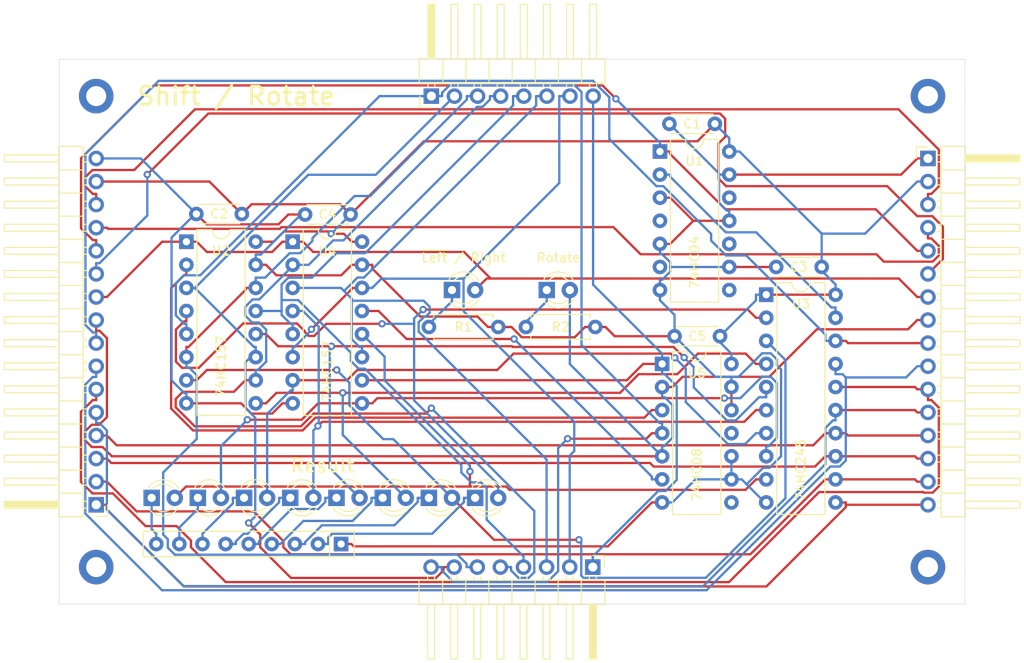
<source format=kicad_pcb>
(kicad_pcb (version 20221018) (generator pcbnew)
  (layers (0 "F.Cu" signal) (31 "B.Cu" signal) (34 "B.Paste" user) (35 "F.Paste" user) (36 "B.SilkS" user "B.Silkscreen") (37 "F.SilkS" user "F.Silkscreen") (38 "B.Mask" user) (39 "F.Mask" user) (44 "Edge.Cuts" user))
  (net 0 "")
  (net 1 "Net-(D1-K)")
  (net 2 "Net-(D1-A)")
  (net 3 "Net-(D2-K)")
  (net 4 "Net-(D2-A)")
  (net 5 "Net-(D3-K)")
  (net 6 "Net-(D3-A)")
  (net 7 "Net-(D4-K)")
  (net 8 "Net-(D4-A)")
  (net 9 "Net-(D5-K)")
  (net 10 "Net-(D5-A)")
  (net 11 "Net-(D6-K)")
  (net 12 "Net-(D6-A)")
  (net 13 "Net-(D7-K)")
  (net 14 "Net-(D7-A)")
  (net 15 "Net-(D8-K)")
  (net 16 "Net-(D8-A)")
  (net 17 "BUS7")
  (net 18 "BUS6")
  (net 19 "BUS5")
  (net 20 "BUS4")
  (net 21 "BUS3")
  (net 22 "BUS2")
  (net 23 "BUS1")
  (net 24 "BUS0")
  (net 25 "SIG1")
  (net 26 "SIG0")
  (net 27 "SIG_IN")
  (net 28 "SIG_OUT")
  (net 29 "CLOCK")
  (net 30 "RESET")
  (net 31 "VCC")
  (net 32 "GND")
  (net 33 "IN7")
  (net 34 "IN6")
  (net 35 "IN5")
  (net 36 "IN4")
  (net 37 "IN3")
  (net 38 "IN2")
  (net 39 "IN1")
  (net 40 "IN0")
  (net 41 "Net-(U3-CE)")
  (net 47 "Net-(U2-I0a)")
  (net 48 "Net-(U4-I1d)")
  (net 51 "Net-(D9-K)")
  (net 52 "Net-(D10-K)")
  (footprint "Resistor_THT:R_Axial_DIN0207_L6.3mm_D2.5mm_P7.62mm_Horizontal" (layer "F.Cu") (at 74.168 51.308)
    (fp_text reference "R2")
    (fp_text value "1k")
  )
  (footprint "Capacitor_THT:C_Disc_D4.3mm_W1.9mm_P5.00mm" (layer "F.Cu") (at 54.889 38.933 180)
    (fp_text reference "C4")
    (fp_text value "100nF")
  )
  (footprint "Package_DIP:DIP-16_W7.62mm" (layer "F.Cu") (at 48.524 41.925)
    (fp_text reference "U4")
    (fp_text value "74HC157")
  )
  (footprint "Package_DIP:DIP-14_W7.62mm" (layer "F.Cu") (at 89.139 55.372)
    (fp_text reference "U5")
    (fp_text value "74HC08")
  )
  (footprint "LED_THT:LED_D3.0mm_Clear" (layer "F.Cu") (at 48.26 70.104)
    (fp_text reference "D5" hide)
    (fp_text value "LED")
  )
  (footprint "Connector_PinHeader_2.54mm:PinHeader_1x08_P2.54mm_Horizontal" (layer "F.Cu") (at 81.519 77.724 -90)
    (fp_text reference "J3" hide)
    (fp_text value "Conn_01x08")
  )
  (footprint "MountingHole:MountingHole_2.2mm_M2_DIN965_Pad" (layer "F.Cu") (at 26.924 77.724)
    (fp_text reference "HOLE3" hide)
    (fp_text value "MountingHole_2.2mm_M2_DIN965_Pad" hide)
  )
  (footprint "MountingHole:MountingHole_2.2mm_M2_DIN965_Pad" (layer "F.Cu") (at 118.364 77.724)
    (fp_text reference "HOLE4" hide)
    (fp_text value "MountingHole_2.2mm_M2_DIN965_Pad" hide)
  )
  (footprint "MountingHole:MountingHole_2.2mm_M2_DIN965_Pad" (layer "F.Cu") (at 26.924 25.908)
    (fp_text reference "HOLE1" hide)
    (fp_text value "MountingHole_2.2mm_M2_DIN965_Pad" hide)
  )
  (footprint "LED_THT:LED_D3.0mm_Clear" (layer "F.Cu") (at 63.5 70.104)
    (fp_text reference "D2" hide)
    (fp_text value "LED")
  )
  (footprint "LED_THT:LED_D3.0mm_Clear" (layer "F.Cu") (at 58.42 70.104)
    (fp_text reference "D3" hide)
    (fp_text value "LED")
  )
  (footprint "LED_THT:LED_D3.0mm_Clear" (layer "F.Cu") (at 76.454 47.244)
    (fp_text reference "D10" hide)
    (fp_text value "LED")
  )
  (footprint "LED_THT:LED_D3.0mm_Clear" (layer "F.Cu") (at 38.1 70.104)
    (fp_text reference "D7" hide)
    (fp_text value "LED")
  )
  (footprint "Resistor_THT:R_Array_SIP9" (layer "F.Cu") (at 53.848 75.184 180)
    (fp_text reference "RN1" hide)
    (fp_text value "1k")
  )
  (footprint "LED_THT:LED_D3.0mm_Clear" (layer "F.Cu") (at 33.02 70.104)
    (fp_text reference "D8" hide)
    (fp_text value "LED")
  )
  (footprint "Capacitor_THT:C_Disc_D4.3mm_W1.9mm_P5.00mm" (layer "F.Cu") (at 106.68 44.704 180)
    (fp_text reference "C3")
    (fp_text value "100nF")
  )
  (footprint "Connector_PinHeader_2.54mm:PinHeader_1x16_P2.54mm_Horizontal" (layer "F.Cu") (at 26.924 70.866 180)
    (fp_text reference "J1" hide)
    (fp_text value "Conn_01x16")
  )
  (footprint "MountingHole:MountingHole_2.2mm_M2_DIN965_Pad" (layer "F.Cu") (at 118.364 25.908)
    (fp_text reference "HOLE2" hide)
    (fp_text value "MountingHole_2.2mm_M2_DIN965_Pad" hide)
  )
  (footprint "LED_THT:LED_D3.0mm_Clear" (layer "F.Cu") (at 43.18 70.104)
    (fp_text reference "D6" hide)
    (fp_text value "LED")
  )
  (footprint "LED_THT:LED_D3.0mm_Clear" (layer "F.Cu") (at 68.58 70.104)
    (fp_text reference "D1" hide)
    (fp_text value "LED")
  )
  (footprint "Connector_PinHeader_2.54mm:PinHeader_1x16_P2.54mm_Horizontal" (layer "F.Cu") (at 118.364 32.766)
    (fp_text reference "J2" hide)
    (fp_text value "Conn_01x16")
  )
  (footprint "Capacitor_THT:C_Disc_D4.3mm_W1.9mm_P5.00mm" (layer "F.Cu") (at 95.504 52.324 180)
    (fp_text reference "C5")
    (fp_text value "100nF")
  )
  (footprint "Capacitor_THT:C_Disc_D4.3mm_W1.9mm_P5.00mm" (layer "F.Cu") (at 94.939 28.956 180)
    (fp_text reference "C1")
    (fp_text value "100nF")
  )
  (footprint "Package_DIP:DIP-20_W7.62mm" (layer "F.Cu") (at 100.584 47.752)
    (fp_text reference "U3")
    (fp_text value "74HC245")
  )
  (footprint "Capacitor_THT:C_Disc_D4.3mm_W1.9mm_P5.00mm" (layer "F.Cu") (at 42.936 38.877 180)
    (fp_text reference "C2")
    (fp_text value "100nF")
  )
  (footprint "Connector_PinHeader_2.54mm:PinHeader_1x08_P2.54mm_Horizontal" (layer "F.Cu") (at 63.769 25.908 90)
    (fp_text reference "J4" hide)
    (fp_text value "Conn_01x08")
  )
  (footprint "LED_THT:LED_D3.0mm_Clear" (layer "F.Cu") (at 53.34 70.104)
    (fp_text reference "D4" hide)
    (fp_text value "LED")
  )
  (footprint "LED_THT:LED_D3.0mm_Clear" (layer "F.Cu") (at 66.04 47.244)
    (fp_text reference "D9" hide)
    (fp_text value "LED")
  )
  (footprint "Package_DIP:DIP-14_W7.62mm" (layer "F.Cu") (at 88.9 32.004)
    (fp_text reference "U1")
    (fp_text value "74HC04")
  )
  (footprint "Package_DIP:DIP-16_W7.62mm" (layer "F.Cu") (at 36.84 41.925)
    (fp_text reference "U2")
    (fp_text value "74HC157")
  )
  (footprint "Resistor_THT:R_Axial_DIN0207_L6.3mm_D2.5mm_P7.62mm_Horizontal" (layer "F.Cu") (at 63.5 51.308)
    (fp_text reference "R1")
    (fp_text value "1k")
  )
  (gr_line (start 22.86 81.788) (end 22.86 21.844) (stroke (width 0.05)) (layer "Edge.Cuts"))
  (gr_line (start 122.428 81.788) (end 22.86 81.788) (stroke (width 0.05)) (layer "Edge.Cuts"))
  (gr_line (start 22.86 21.844) (end 122.428 21.844) (stroke (width 0.05)) (layer "Edge.Cuts"))
  (gr_line (start 122.428 21.844) (end 122.428 81.788) (stroke (width 0.05)) (layer "Edge.Cuts"))
  (gr_text "~{Left} / Right" (at 67.31 43.688) (layer "F.SilkS") (effects (font (size 1 1))))
  (gr_text "Result" (at 51.816 66.548) (layer "F.SilkS") (effects (font (size 1.5 1.5) (thickness 0.2))))
  (gr_text "Rotate" (at 77.724 43.688) (layer "F.SilkS") (effects (font (size 1 1))))
  (gr_text "Shift / Rotate" (at 31.242 25.908) (layer "F.SilkS") (effects (font (size 2 2) (thickness 0.3)) (justify left)))
  (segment (start 52.4349 75.184) (end 52.4349 74.4796) (width 0.25) (layer "B.Cu") (net 1))
  (segment (start 52.8574 74.0571) (end 63.8601 74.0571) (width 0.25) (layer "B.Cu") (net 1))
  (segment (start 51.308 75.184) (end 52.4349 75.184) (width 0.25) (layer "B.Cu") (net 1))
  (segment (start 68.58 70.104) (end 67.3531 70.104) (width 0.25) (layer "B.Cu") (net 1))
  (segment (start 63.8601 74.0571) (end 67.3531 70.5641) (width 0.25) (layer "B.Cu") (net 1))
  (segment (start 52.4349 74.4796) (end 52.8574 74.0571) (width 0.25) (layer "B.Cu") (net 1))
  (segment (start 67.3531 70.5641) (end 67.3531 70.104) (width 0.25) (layer "B.Cu") (net 1))
  (segment (start 52.2248 50.9543) (end 58.3439 50.9543) (width 0.25) (layer "F.Cu") (net 2))
  (segment (start 35.6898 51.5886) (end 35.6898 55.122) (width 0.25) (layer "F.Cu") (net 2))
  (segment (start 100.584 50.292) (end 99.4571 50.292) (width 0.25) (layer "F.Cu") (net 2))
  (segment (start 49.8629 51.787) (end 49.8629 51.8623) (width 0.25) (layer "F.Cu") (net 2))
  (segment (start 36.3678 55.8) (end 38.2011 55.8) (width 0.25) (layer "F.Cu") (net 2))
  (segment (start 99.4571 50.292) (end 98.5537 49.3886) (width 0.25) (layer "F.Cu") (net 2))
  (segment (start 43.0776 50.9235) (end 48.9994 50.9235) (width 0.25) (layer "F.Cu") (net 2))
  (segment (start 36.6065 50.6719) (end 35.6898 51.5886) (width 0.25) (layer "F.Cu") (net 2))
  (segment (start 98.5537 49.3886) (end 62.8612 49.3886) (width 0.25) (layer "F.Cu") (net 2))
  (segment (start 36.84 49.545) (end 36.84 50.6719) (width 0.25) (layer "F.Cu") (net 2))
  (segment (start 38.2011 55.8) (end 43.0776 50.9235) (width 0.25) (layer "F.Cu") (net 2))
  (segment (start 36.84 50.6719) (end 36.6065 50.6719) (width 0.25) (layer "F.Cu") (net 2))
  (segment (start 35.6898 55.122) (end 36.3678 55.8) (width 0.25) (layer "F.Cu") (net 2))
  (segment (start 49.8629 51.8623) (end 50.2888 52.2882) (width 0.25) (layer "F.Cu") (net 2))
  (segment (start 48.9994 50.9235) (end 49.8629 51.787) (width 0.25) (layer "F.Cu") (net 2))
  (segment (start 50.8909 52.2882) (end 52.2248 50.9543) (width 0.25) (layer "F.Cu") (net 2))
  (segment (start 50.2888 52.2882) (end 50.8909 52.2882) (width 0.25) (layer "F.Cu") (net 2))
  (via (at 58.3439 50.9543) (size 0.8) (drill 0.4) (layers "F.Cu" "B.Cu") (net 2))
  (via (at 62.8612 49.3886) (size 0.8) (drill 0.4) (layers "F.Cu" "B.Cu") (net 2))
  (segment (start 62.8612 49.3886) (end 61.8745 50.3753) (width 0.25) (layer "B.Cu") (net 2))
  (segment (start 61.8745 59.3831) (end 71.12 68.6286) (width 0.25) (layer "B.Cu") (net 2))
  (segment (start 61.8745 50.9543) (end 61.8745 59.3831) (width 0.25) (layer "B.Cu") (net 2))
  (segment (start 61.8745 50.9543) (end 58.3439 50.9543) (width 0.25) (layer "B.Cu") (net 2))
  (segment (start 61.8745 50.3753) (end 61.8745 50.9543) (width 0.25) (layer "B.Cu") (net 2))
  (segment (start 71.12 68.6286) (end 71.12 70.104) (width 0.25) (layer "B.Cu") (net 2))
  (segment (start 63.5 70.104) (end 62.2731 70.104) (width 0.25) (layer "B.Cu") (net 3))
  (segment (start 49.8949 74.9711) (end 49.8949 75.184) (width 0.25) (layer "B.Cu") (net 3))
  (segment (start 51.7402 73.1258) (end 49.8949 74.9711) (width 0.25) (layer "B.Cu") (net 3))
  (segment (start 48.768 75.184) (end 49.8949 75.184) (width 0.25) (layer "B.Cu") (net 3))
  (segment (start 59.7114 73.1258) (end 51.7402 73.1258) (width 0.25) (layer "B.Cu") (net 3))
  (segment (start 62.2731 70.5641) (end 59.7114 73.1258) (width 0.25) (layer "B.Cu") (net 3))
  (segment (start 62.2731 70.104) (end 62.2731 70.5641) (width 0.25) (layer "B.Cu") (net 3))
  (segment (start 36.84 57.165) (end 37.9669 57.165) (width 0.25) (layer "F.Cu") (net 4))
  (segment (start 53.3639 56.0371) (end 39.0948 56.0371) (width 0.25) (layer "F.Cu") (net 4))
  (segment (start 70.6505 74.7145) (end 79.9947 74.7145) (width 0.25) (layer "F.Cu") (net 4))
  (segment (start 66.04 70.104) (end 70.6505 74.7145) (width 0.25) (layer "F.Cu") (net 4))
  (segment (start 39.0948 56.0371) (end 37.9669 57.165) (width 0.25) (layer "F.Cu") (net 4))
  (via (at 79.9947 74.7145) (size 0.8) (drill 0.4) (layers "F.Cu" "B.Cu") (net 4))
  (via (at 53.3639 56.0371) (size 0.8) (drill 0.4) (layers "F.Cu" "B.Cu") (net 4))
  (segment (start 80.249 74.9688) (end 79.9947 74.7145) (width 0.25) (layer "B.Cu") (net 4))
  (segment (start 102.6978 70.1471) (end 93.944 78.9009) (width 0.25) (layer "B.Cu") (net 4))
  (segment (start 54.758 57.4312) (end 54.758 59.9209) (width 0.25) (layer "B.Cu") (net 4))
  (segment (start 93.944 78.9009) (end 80.4894 78.9009) (width 0.25) (layer "B.Cu") (net 4))
  (segment (start 80.249 78.6605) (end 80.249 74.9688) (width 0.25) (layer "B.Cu") (net 4))
  (segment (start 54.758 59.9209) (end 58.4875 63.6504) (width 0.25) (layer "B.Cu") (net 4))
  (segment (start 100.584 52.832) (end 102.6978 54.9458) (width 0.25) (layer "B.Cu") (net 4))
  (segment (start 58.4875 63.6504) (end 59.5864 63.6504) (width 0.25) (layer "B.Cu") (net 4))
  (segment (start 102.6978 54.9458) (end 102.6978 70.1471) (width 0.25) (layer "B.Cu") (net 4))
  (segment (start 59.5864 63.6504) (end 66.04 70.104) (width 0.25) (layer "B.Cu") (net 4))
  (segment (start 80.4894 78.9009) (end 80.249 78.6605) (width 0.25) (layer "B.Cu") (net 4))
  (segment (start 53.3639 56.0371) (end 54.758 57.4312) (width 0.25) (layer "B.Cu") (net 4))
  (segment (start 46.228 75.184) (end 47.1677 75.184) (width 0.25) (layer "B.Cu") (net 5))
  (segment (start 55.1132 72.6463) (end 49.7054 72.6463) (width 0.25) (layer "B.Cu") (net 5))
  (segment (start 57.1931 70.104) (end 57.1931 70.5664) (width 0.25) (layer "B.Cu") (net 5))
  (segment (start 57.1931 70.5664) (end 55.1132 72.6463) (width 0.25) (layer "B.Cu") (net 5))
  (segment (start 49.7054 72.6463) (end 47.1677 75.184) (width 0.25) (layer "B.Cu") (net 5))
  (segment (start 58.42 70.104) (end 57.1931 70.104) (width 0.25) (layer "B.Cu") (net 5))
  (segment (start 46.7447 58.5472) (end 54.0295 58.5472) (width 0.25) (layer "F.Cu") (net 6))
  (segment (start 86.5652 56.5004) (end 90.8103 56.5004) (width 0.25) (layer "F.Cu") (net 6))
  (segment (start 45.5869 59.705) (end 46.7447 58.5472) (width 0.25) (layer "F.Cu") (net 6))
  (segment (start 44.46 59.705) (end 45.5869 59.705) (width 0.25) (layer "F.Cu") (net 6))
  (segment (start 54.0295 58.5472) (end 84.5184 58.5472) (width 0.25) (layer "F.Cu") (net 6))
  (segment (start 84.5184 58.5472) (end 86.5652 56.5004) (width 0.25) (layer "F.Cu") (net 6))
  (segment (start 90.8103 56.5004) (end 93.0794 54.2313) (width 0.25) (layer "F.Cu") (net 6))
  (segment (start 100.584 55.372) (end 99.4571 55.372) (width 0.25) (layer "F.Cu") (net 6))
  (segment (start 98.3164 54.2313) (end 99.4571 55.372) (width 0.25) (layer "F.Cu") (net 6))
  (segment (start 93.0794 54.2313) (end 98.3164 54.2313) (width 0.25) (layer "F.Cu") (net 6))
  (via (at 54.0295 58.5472) (size 0.8) (drill 0.4) (layers "F.Cu" "B.Cu") (net 6))
  (segment (start 54.0295 63.1735) (end 54.0295 58.5472) (width 0.25) (layer "B.Cu") (net 6))
  (segment (start 60.96 70.104) (end 54.0295 63.1735) (width 0.25) (layer "B.Cu") (net 6))
  (segment (start 53.34 70.104) (end 52.1131 70.104) (width 0.25) (layer "B.Cu") (net 7))
  (segment (start 52.1131 70.5642) (end 52.1131 70.104) (width 0.25) (layer "B.Cu") (net 7))
  (segment (start 43.688 75.184) (end 44.8149 75.184) (width 0.25) (layer "B.Cu") (net 7))
  (segment (start 51.3464 71.3309) (end 52.1131 70.5642) (width 0.25) (layer "B.Cu") (net 7))
  (segment (start 48.3863 71.3309) (end 51.3464 71.3309) (width 0.25) (layer "B.Cu") (net 7))
  (segment (start 44.8149 75.184) (end 44.8149 74.9023) (width 0.25) (layer "B.Cu") (net 7))
  (segment (start 44.8149 74.9023) (end 48.3863 71.3309) (width 0.25) (layer "B.Cu") (net 7))
  (segment (start 91.5593 54.6659) (end 90.393 53.4996) (width 0.25) (layer "F.Cu") (net 8))
  (segment (start 52.7923 53.4273) (end 46.9292 53.4273) (width 0.25) (layer "F.Cu") (net 8))
  (segment (start 44.46 52.085) (end 45.5869 52.085) (width 0.25) (layer "F.Cu") (net 8))
  (segment (start 72.7119 53.4996) (end 72.6396 53.4273) (width 0.25) (layer "F.Cu") (net 8))
  (segment (start 46.9292 53.4273) (end 45.5869 52.085) (width 0.25) (layer "F.Cu") (net 8))
  (segment (start 90.393 53.4996) (end 72.7119 53.4996) (width 0.25) (layer "F.Cu") (net 8))
  (segment (start 72.6396 53.4273) (end 52.7923 53.4273) (width 0.25) (layer "F.Cu") (net 8))
  (via (at 52.7923 53.4273) (size 0.8) (drill 0.4) (layers "F.Cu" "B.Cu") (net 8))
  (via (at 91.5593 54.6659) (size 0.8) (drill 0.4) (layers "F.Cu" "B.Cu") (net 8))
  (segment (start 99.7859 59.0389) (end 97.2361 61.5887) (width 0.25) (layer "B.Cu") (net 8))
  (segment (start 97.2361 61.5887) (end 96.2515 61.5887) (width 0.25) (layer "B.Cu") (net 8))
  (segment (start 52.603 53.6166) (end 52.7923 53.4273) (width 0.25) (layer "B.Cu") (net 8))
  (segment (start 96.2515 61.5887) (end 92.6177 57.9549) (width 0.25) (layer "B.Cu") (net 8))
  (segment (start 92.6177 55.7243) (end 91.5593 54.6659) (width 0.25) (layer "B.Cu") (net 8))
  (segment (start 100.584 59.0389) (end 99.7859 59.0389) (width 0.25) (layer "B.Cu") (net 8))
  (segment (start 55.88 70.104) (end 52.603 66.827) (width 0.25) (layer "B.Cu") (net 8))
  (segment (start 100.584 57.912) (end 100.584 59.0389) (width 0.25) (layer "B.Cu") (net 8))
  (segment (start 92.6177 57.9549) (end 92.6177 55.7243) (width 0.25) (layer "B.Cu") (net 8))
  (segment (start 52.603 66.827) (end 52.603 53.6166) (width 0.25) (layer "B.Cu") (net 8))
  (segment (start 42.2749 74.9022) (end 43.12 74.0571) (width 0.25) (layer "B.Cu") (net 9))
  (segment (start 43.12 74.0571) (end 43.565 74.0571) (width 0.25) (layer "B.Cu") (net 9))
  (segment (start 47.0331 70.589) (end 47.0331 70.104) (width 0.25) (layer "B.Cu") (net 9))
  (segment (start 42.2749 75.184) (end 42.2749 74.9022) (width 0.25) (layer "B.Cu") (net 9))
  (segment (start 43.565 74.0571) (end 47.0331 70.589) (width 0.25) (layer "B.Cu") (net 9))
  (segment (start 41.148 75.184) (end 42.2749 75.184) (width 0.25) (layer "B.Cu") (net 9))
  (segment (start 48.26 70.104) (end 47.0331 70.104) (width 0.25) (layer "B.Cu") (net 9))
  (segment (start 98.1731 61.736) (end 51.7623 61.736) (width 0.25) (layer "F.Cu") (net 10))
  (segment (start 100.584 60.452) (end 99.4571 60.452) (width 0.25) (layer "F.Cu") (net 10))
  (segment (start 99.4571 60.452) (end 98.1731 61.736) (width 0.25) (layer "F.Cu") (net 10))
  (segment (start 51.7623 61.736) (end 51.2999 62.1984) (width 0.25) (layer "F.Cu") (net 10))
  (via (at 51.2999 62.1984) (size 0.8) (drill 0.4) (layers "F.Cu" "B.Cu") (net 10))
  (segment (start 50.8 62.6983) (end 51.2999 62.1984) (width 0.25) (layer "B.Cu") (net 10))
  (segment (start 48.524 49.545) (end 49.6509 49.545) (width 0.25) (layer "B.Cu") (net 10))
  (segment (start 51.384 62.1143) (end 51.2999 62.1984) (width 0.25) (layer "B.Cu") (net 10))
  (segment (start 51.384 51.2781) (end 51.384 62.1143) (width 0.25) (layer "B.Cu") (net 10))
  (segment (start 50.8 70.104) (end 50.8 62.6983) (width 0.25) (layer "B.Cu") (net 10))
  (segment (start 49.6509 49.545) (end 51.384 51.2781) (width 0.25) (layer "B.Cu") (net 10))
  (segment (start 43.18 70.104) (end 41.9531 70.104) (width 0.25) (layer "B.Cu") (net 11))
  (segment (start 38.608 74.0571) (end 41.9531 70.712) (width 0.25) (layer "B.Cu") (net 11))
  (segment (start 41.9531 70.712) (end 41.9531 70.104) (width 0.25) (layer "B.Cu") (net 11))
  (segment (start 38.608 75.184) (end 38.608 74.0571) (width 0.25) (layer "B.Cu") (net 11))
  (segment (start 55.6317 56.0351) (end 71.0077 56.0351) (width 0.25) (layer "F.Cu") (net 12))
  (segment (start 72.808 54.2348) (end 90.0842 54.2348) (width 0.25) (layer "F.Cu") (net 12))
  (segment (start 90.0842 54.2348) (end 90.5423 54.6929) (width 0.25) (layer "F.Cu") (net 12))
  (segment (start 54.5018 57.165) (end 55.6317 56.0351) (width 0.25) (layer "F.Cu") (net 12))
  (segment (start 49.6509 57.165) (end 54.5018 57.165) (width 0.25) (layer "F.Cu") (net 12))
  (segment (start 48.524 57.165) (end 49.6509 57.165) (width 0.25) (layer "F.Cu") (net 12))
  (segment (start 71.0077 56.0351) (end 72.808 54.2348) (width 0.25) (layer "F.Cu") (net 12))
  (via (at 90.5423 54.6929) (size 0.8) (drill 0.4) (layers "F.Cu" "B.Cu") (net 12))
  (segment (start 98.2594 64.1897) (end 96.3621 64.1897) (width 0.25) (layer "B.Cu") (net 12))
  (segment (start 100.584 62.992) (end 99.4571 62.992) (width 0.25) (layer "B.Cu") (net 12))
  (segment (start 91.7383 59.5659) (end 91.7383 55.8889) (width 0.25) (layer "B.Cu") (net 12))
  (segment (start 45.72 60.8624) (end 48.2905 58.2919) (width 0.25) (layer "B.Cu") (net 12))
  (segment (start 91.7383 55.8889) (end 90.5423 54.6929) (width 0.25) (layer "B.Cu") (net 12))
  (segment (start 48.524 57.165) (end 48.524 58.2919) (width 0.25) (layer "B.Cu") (net 12))
  (segment (start 48.2905 58.2919) (end 48.524 58.2919) (width 0.25) (layer "B.Cu") (net 12))
  (segment (start 99.4571 62.992) (end 98.2594 64.1897) (width 0.25) (layer "B.Cu") (net 12))
  (segment (start 45.72 70.104) (end 45.72 60.8624) (width 0.25) (layer "B.Cu") (net 12))
  (segment (start 96.3621 64.1897) (end 91.7383 59.5659) (width 0.25) (layer "B.Cu") (net 12))
  (segment (start 38.1 70.104) (end 38.1 71.3309) (width 0.25) (layer "B.Cu") (net 13))
  (segment (start 36.068 73.3629) (end 38.1 71.3309) (width 0.25) (layer "B.Cu") (net 13))
  (segment (start 36.068 75.184) (end 36.068 73.3629) (width 0.25) (layer "B.Cu") (net 13))
  (segment (start 51.321 59.7051) (end 49.5168 61.5093) (width 0.25) (layer "F.Cu") (net 14))
  (segment (start 57.8387 59.1372) (end 95.9811 59.1372) (width 0.25) (layer "F.Cu") (net 14))
  (segment (start 57.2709 59.705) (end 57.8387 59.1372) (width 0.25) (layer "F.Cu") (net 14))
  (segment (start 56.144 59.705) (end 55.0171 59.705) (width 0.25) (layer "F.Cu") (net 14))
  (segment (start 55.0171 59.7051) (end 51.321 59.7051) (width 0.25) (layer "F.Cu") (net 14))
  (segment (start 49.5168 61.5093) (end 43.5464 61.5093) (width 0.25) (layer "F.Cu") (net 14))
  (segment (start 55.0171 59.705) (end 55.0171 59.7051) (width 0.25) (layer "F.Cu") (net 14))
  (segment (start 56.144 59.705) (end 57.2709 59.705) (width 0.25) (layer "F.Cu") (net 14))
  (via (at 95.9811 59.1372) (size 0.8) (drill 0.4) (layers "F.Cu" "B.Cu") (net 14))
  (via (at 43.5464 61.5093) (size 0.8) (drill 0.4) (layers "F.Cu" "B.Cu") (net 14))
  (segment (start 100.584 64.4051) (end 100.8657 64.4051) (width 0.25) (layer "B.Cu") (net 14))
  (segment (start 97.7505 59.1372) (end 95.9811 59.1372) (width 0.25) (layer "B.Cu") (net 14))
  (segment (start 101.758 57.4591) (end 101.0691 56.7702) (width 0.25) (layer "B.Cu") (net 14))
  (segment (start 101.758 63.5128) (end 101.758 57.4591) (width 0.25) (layer "B.Cu") (net 14))
  (segment (start 100.8657 64.4051) (end 101.758 63.5128) (width 0.25) (layer "B.Cu") (net 14))
  (segment (start 40.64 70.104) (end 40.64 64.4157) (width 0.25) (layer "B.Cu") (net 14))
  (segment (start 100.584 65.532) (end 100.584 64.4051) (width 0.25) (layer "B.Cu") (net 14))
  (segment (start 100.1175 56.7702) (end 97.7505 59.1372) (width 0.25) (layer "B.Cu") (net 14))
  (segment (start 40.64 64.4157) (end 43.5464 61.5093) (width 0.25) (layer "B.Cu") (net 14))
  (segment (start 101.0691 56.7702) (end 100.1175 56.7702) (width 0.25) (layer "B.Cu") (net 14))
  (segment (start 33.528 75.184) (end 33.528 74.0571) (width 0.25) (layer "B.Cu") (net 15))
  (segment (start 33.02 73.5491) (end 33.02 70.104) (width 0.25) (layer "B.Cu") (net 15))
  (segment (start 33.528 74.0571) (end 33.02 73.5491) (width 0.25) (layer "B.Cu") (net 15))
  (segment (start 36.8042 68.8598) (end 68.0113 68.8598) (width 0.25) (layer "F.Cu") (net 16))
  (segment (start 98.3077 69.2214) (end 99.4571 68.072) (width 0.25) (layer "F.Cu") (net 16))
  (segment (start 68.0113 68.8598) (end 68.0113 67.1996) (width 0.25) (layer "F.Cu") (net 16))
  (segment (start 72.3694 69.2214) (end 98.3077 69.2214) (width 0.25) (layer "F.Cu") (net 16))
  (segment (start 68.0113 68.8598) (end 72.0078 68.8598) (width 0.25) (layer "F.Cu") (net 16))
  (segment (start 72.0078 68.8598) (end 72.3694 69.2214) (width 0.25) (layer "F.Cu") (net 16))
  (segment (start 100.584 68.072) (end 99.4571 68.072) (width 0.25) (layer "F.Cu") (net 16))
  (segment (start 35.56 70.104) (end 36.8042 68.8598) (width 0.25) (layer "F.Cu") (net 16))
  (via (at 68.0113 67.1996) (size 0.8) (drill 0.4) (layers "F.Cu" "B.Cu") (net 16))
  (segment (start 68.0113 66.5651) (end 68.0113 67.1996) (width 0.25) (layer "B.Cu") (net 16))
  (segment (start 58.6342 54.5752) (end 58.6342 57.188) (width 0.25) (layer "B.Cu") (net 16))
  (segment (start 58.6342 57.188) (end 68.0113 66.5651) (width 0.25) (layer "B.Cu") (net 16))
  (segment (start 56.144 52.085) (end 58.6342 54.5752) (width 0.25) (layer "B.Cu") (net 16))
  (segment (start 100.6041 79.8514) (end 36.5714 79.8514) (width 0.25) (layer "F.Cu") (net 17))
  (segment (start 109.3309 70.612) (end 109.3309 70.8599) (width 0.25) (layer "F.Cu") (net 17))
  (segment (start 118.364 70.866) (end 117.1871 70.866) (width 0.25) (layer "F.Cu") (net 17))
  (segment (start 109.337 71.1185) (end 100.6041 79.8514) (width 0.25) (layer "F.Cu") (net 17))
  (segment (start 36.5714 79.8514) (end 28.1009 71.3809) (width 0.25) (layer "F.Cu") (net 17))
  (segment (start 109.337 70.866) (end 109.337 71.1185) (width 0.25) (layer "F.Cu") (net 17))
  (segment (start 109.337 70.866) (end 117.1871 70.866) (width 0.25) (layer "F.Cu") (net 17))
  (segment (start 108.204 70.612) (end 109.3309 70.612) (width 0.25) (layer "F.Cu") (net 17))
  (segment (start 26.924 70.866) (end 28.1009 70.866) (width 0.25) (layer "F.Cu") (net 17))
  (segment (start 28.1009 71.3809) (end 28.1009 70.866) (width 0.25) (layer "F.Cu") (net 17))
  (segment (start 109.3309 70.8599) (end 109.337 70.866) (width 0.25) (layer "F.Cu") (net 17))
  (segment (start 28.1032 68.326) (end 28.1009 68.326) (width 0.25) (layer "F.Cu") (net 18))
  (segment (start 44.2346 71.5925) (end 31.3697 71.5925) (width 0.25) (layer "F.Cu") (net 18))
  (segment (start 47.498 75.5232) (end 47.498 74.8559) (width 0.25) (layer "F.Cu") (net 18))
  (segment (start 116.9331 68.072) (end 108.204 68.072) (width 0.25) (layer "F.Cu") (net 18))
  (segment (start 26.924 68.326) (end 28.1009 68.326) (width 0.25) (layer "F.Cu") (net 18))
  (segment (start 31.3697 71.5925) (end 28.1032 68.326) (width 0.25) (layer "F.Cu") (net 18))
  (segment (start 118.364 68.326) (end 117.1871 68.326) (width 0.25) (layer "F.Cu") (net 18))
  (segment (start 117.1871 68.326) (end 116.9331 68.072) (width 0.25) (layer "F.Cu") (net 18))
  (segment (start 107.0771 68.072) (end 98.8374 76.3117) (width 0.25) (layer "F.Cu") (net 18))
  (segment (start 47.498 74.8559) (end 44.2346 71.5925) (width 0.25) (layer "F.Cu") (net 18))
  (segment (start 48.2865 76.3117) (end 47.498 75.5232) (width 0.25) (layer "F.Cu") (net 18))
  (segment (start 98.8374 76.3117) (end 48.2865 76.3117) (width 0.25) (layer "F.Cu") (net 18))
  (segment (start 108.204 68.072) (end 107.0771 68.072) (width 0.25) (layer "F.Cu") (net 18))
  (segment (start 118.364 65.786) (end 117.1871 65.786) (width 0.25) (layer "F.Cu") (net 19))
  (segment (start 87.8146 66.2736) (end 28.5885 66.2736) (width 0.25) (layer "F.Cu") (net 19))
  (segment (start 107.0771 65.532) (end 105.9453 66.6638) (width 0.25) (layer "F.Cu") (net 19))
  (segment (start 117.1871 65.786) (end 116.9331 65.532) (width 0.25) (layer "F.Cu") (net 19))
  (segment (start 116.9331 65.532) (end 108.204 65.532) (width 0.25) (layer "F.Cu") (net 19))
  (segment (start 105.9453 66.6638) (end 88.2048 66.6638) (width 0.25) (layer "F.Cu") (net 19))
  (segment (start 108.204 65.532) (end 107.0771 65.532) (width 0.25) (layer "F.Cu") (net 19))
  (segment (start 28.5885 66.2736) (end 28.1009 65.786) (width 0.25) (layer "F.Cu") (net 19))
  (segment (start 26.924 65.786) (end 28.1009 65.786) (width 0.25) (layer "F.Cu") (net 19))
  (segment (start 88.2048 66.6638) (end 87.8146 66.2736) (width 0.25) (layer "F.Cu") (net 19))
  (segment (start 108.7675 62.992) (end 109.3309 62.992) (width 0.25) (layer "F.Cu") (net 20))
  (segment (start 118.364 63.246) (end 117.1871 63.246) (width 0.25) (layer "F.Cu") (net 20))
  (segment (start 29.1798 64.3249) (end 28.1009 63.246) (width 0.25) (layer "F.Cu") (net 20))
  (segment (start 105.7442 64.3249) (end 29.1798 64.3249) (width 0.25) (layer "F.Cu") (net 20))
  (segment (start 108.7675 62.992) (end 108.204 62.992) (width 0.25) (layer "F.Cu") (net 20))
  (segment (start 109.3309 62.992) (end 109.5849 63.246) (width 0.25) (layer "F.Cu") (net 20))
  (segment (start 26.924 63.246) (end 28.1009 63.246) (width 0.25) (layer "F.Cu") (net 20))
  (segment (start 107.0771 62.992) (end 105.7442 64.3249) (width 0.25) (layer "F.Cu") (net 20))
  (segment (start 108.204 62.992) (end 107.0771 62.992) (width 0.25) (layer "F.Cu") (net 20))
  (segment (start 109.5849 63.246) (end 117.1871 63.246) (width 0.25) (layer "F.Cu") (net 20))
  (segment (start 118.364 60.706) (end 117.1871 60.706) (width 0.25) (layer "F.Cu") (net 21))
  (segment (start 108.204 60.452) (end 116.9331 60.452) (width 0.25) (layer "F.Cu") (net 21))
  (segment (start 116.9331 60.452) (end 117.1871 60.706) (width 0.25) (layer "F.Cu") (net 21))
  (segment (start 36.5057 79.8145) (end 93.6695 79.8145) (width 0.25) (layer "B.Cu") (net 21))
  (segment (start 107.0771 66.4069) (end 107.0771 62.424) (width 0.25) (layer "B.Cu") (net 21))
  (segment (start 28.1009 71.4097) (end 36.5057 79.8145) (width 0.25) (layer "B.Cu") (net 21))
  (segment (start 26.924 60.706) (end 26.924 61.8829) (width 0.25) (layer "B.Cu") (net 21))
  (segment (start 28.1009 62.6919) (end 28.1009 71.4097) (width 0.25) (layer "B.Cu") (net 21))
  (segment (start 108.204 60.452) (end 108.204 61.5789) (width 0.25) (layer "B.Cu") (net 21))
  (segment (start 93.6695 79.8145) (end 107.0771 66.4069) (width 0.25) (layer "B.Cu") (net 21))
  (segment (start 107.9222 61.5789) (end 108.204 61.5789) (width 0.25) (layer "B.Cu") (net 21))
  (segment (start 26.924 61.8829) (end 27.2919 61.8829) (width 0.25) (layer "B.Cu") (net 21))
  (segment (start 27.2919 61.8829) (end 28.1009 62.6919) (width 0.25) (layer "B.Cu") (net 21))
  (segment (start 107.0771 62.424) (end 107.9222 61.5789) (width 0.25) (layer "B.Cu") (net 21))
  (segment (start 41.1692 79.3722) (end 37.338 75.541) (width 0.25) (layer "F.Cu") (net 22))
  (segment (start 118.7298 59.3429) (end 119.5562 60.1693) (width 0.25) (layer "F.Cu") (net 22))
  (segment (start 28.755 69.6169) (end 26.5179 69.6169) (width 0.25) (layer "F.Cu") (net 22))
  (segment (start 118.364 59.3429) (end 118.7298 59.3429) (width 0.25) (layer "F.Cu") (net 22))
  (segment (start 25.2422 68.3412) (end 25.2422 60.6569) (width 0.25) (layer "F.Cu") (net 22))
  (segment (start 26.924 58.166) (end 26.924 59.3429) (width 0.25) (layer "F.Cu") (net 22))
  (segment (start 26.5179 69.6169) (end 25.2422 68.3412) (width 0.25) (layer "F.Cu") (net 22))
  (segment (start 32.3481 73.21) (end 28.755 69.6169) (width 0.25) (layer "F.Cu") (net 22))
  (segment (start 118.8895 69.5315) (end 117.9051 69.5315) (width 0.25) (layer "F.Cu") (net 22))
  (segment (start 106.3955 69.4683) (end 96.4916 79.3722) (width 0.25) (layer "F.Cu") (net 22))
  (segment (start 119.5562 68.8648) (end 118.8895 69.5315) (width 0.25) (layer "F.Cu") (net 22))
  (segment (start 37.338 74.7998) (end 35.7482 73.21) (width 0.25) (layer "F.Cu") (net 22))
  (segment (start 118.364 58.166) (end 118.364 59.3429) (width 0.25) (layer "F.Cu") (net 22))
  (segment (start 96.4916 79.3722) (end 41.1692 79.3722) (width 0.25) (layer "F.Cu") (net 22))
  (segment (start 25.2422 60.6569) (end 26.5562 59.3429) (width 0.25) (layer "F.Cu") (net 22))
  (segment (start 116.9331 57.912) (end 117.1871 58.166) (width 0.25) (layer "F.Cu") (net 22))
  (segment (start 118.364 58.166) (end 117.1871 58.166) (width 0.25) (layer "F.Cu") (net 22))
  (segment (start 117.8419 69.4683) (end 106.3955 69.4683) (width 0.25) (layer "F.Cu") (net 22))
  (segment (start 119.5562 60.1693) (end 119.5562 68.8648) (width 0.25) (layer "F.Cu") (net 22))
  (segment (start 35.7482 73.21) (end 32.3481 73.21) (width 0.25) (layer "F.Cu") (net 22))
  (segment (start 108.204 57.912) (end 116.9331 57.912) (width 0.25) (layer "F.Cu") (net 22))
  (segment (start 37.338 75.541) (end 37.338 74.7998) (width 0.25) (layer "F.Cu") (net 22))
  (segment (start 26.5562 59.3429) (end 26.924 59.3429) (width 0.25) (layer "F.Cu") (net 22))
  (segment (start 117.9051 69.5315) (end 117.8419 69.4683) (width 0.25) (layer "F.Cu") (net 22))
  (segment (start 26.924 55.626) (end 26.924 56.8029) (width 0.25) (layer "B.Cu") (net 23))
  (segment (start 108.204 56.4989) (end 108.9724 56.4989) (width 0.25) (layer "B.Cu") (net 23))
  (segment (start 118.364 55.626) (end 117.1871 55.626) (width 0.25) (layer "B.Cu") (net 23))
  (segment (start 25.73 71.8359) (end 34.1605 80.2664) (width 0.25) (layer "B.Cu") (net 23))
  (segment (start 108.204 55.372) (end 108.204 56.4989) (width 0.25) (layer "B.Cu") (net 23))
  (segment (start 109.3309 56.8574) (end 115.9557 56.8574) (width 0.25) (layer "B.Cu") (net 23))
  (segment (start 109.3309 65.9988) (end 109.3309 56.8574) (width 0.25) (layer "B.Cu") (net 23))
  (segment (start 34.1605 80.2664) (end 94.0294 80.2664) (width 0.25) (layer "B.Cu") (net 23))
  (segment (start 26.924 56.8029) (end 26.5582 56.8029) (width 0.25) (layer "B.Cu") (net 23))
  (segment (start 26.5582 56.8029) (end 25.73 57.6311) (width 0.25) (layer "B.Cu") (net 23))
  (segment (start 108.6708 66.6589) (end 109.3309 65.9988) (width 0.25) (layer "B.Cu") (net 23))
  (segment (start 25.73 57.6311) (end 25.73 71.8359) (width 0.25) (layer "B.Cu") (net 23))
  (segment (start 108.9724 56.4989) (end 109.3309 56.8574) (width 0.25) (layer "B.Cu") (net 23))
  (segment (start 107.6369 66.6589) (end 108.6708 66.6589) (width 0.25) (layer "B.Cu") (net 23))
  (segment (start 94.0294 80.2664) (end 107.6369 66.6589) (width 0.25) (layer "B.Cu") (net 23))
  (segment (start 115.9557 56.8574) (end 117.1871 55.626) (width 0.25) (layer "B.Cu") (net 23))
  (segment (start 109.3309 52.832) (end 109.5849 53.086) (width 0.25) (layer "F.Cu") (net 24))
  (segment (start 108.204 52.832) (end 109.3309 52.832) (width 0.25) (layer "F.Cu") (net 24))
  (segment (start 109.5849 53.086) (end 117.1871 53.086) (width 0.25) (layer "F.Cu") (net 24))
  (segment (start 118.364 53.086) (end 117.1871 53.086) (width 0.25) (layer "F.Cu") (net 24))
  (segment (start 107.0771 52.1277) (end 107.0771 52.832) (width 0.25) (layer "B.Cu") (net 24))
  (segment (start 25.7443 32.2752) (end 33.7919 24.2276) (width 0.25) (layer "B.Cu") (net 24))
  (segment (start 83.332 30.6292) (end 88.5168 35.814) (width 0.25) (layer "B.Cu") (net 24))
  (segment (start 33.7919 24.2276) (end 81.5334 24.2276) (width 0.25) (layer "B.Cu") (net 24))
  (segment (start 94.5265 41.0734) (end 94.5265 41.8022) (width 0.25) (layer "B.Cu") (net 24))
  (segment (start 26.5582 51.9091) (end 25.7443 51.0952) (width 0.25) (layer "B.Cu") (net 24))
  (segment (start 94.5265 41.8022) (end 96.1583 43.434) (width 0.25) (layer "B.Cu") (net 24))
  (segment (start 98.3834 43.434) (end 107.0771 52.1277) (width 0.25) (layer "B.Cu") (net 24))
  (segment (start 83.332 26.0262) (end 83.332 30.6292) (width 0.25) (layer "B.Cu") (net 24))
  (segment (start 81.5334 24.2276) (end 83.332 26.0262) (width 0.25) (layer "B.Cu") (net 24))
  (segment (start 25.7443 51.0952) (end 25.7443 32.2752) (width 0.25) (layer "B.Cu") (net 24))
  (segment (start 96.1583 43.434) (end 98.3834 43.434) (width 0.25) (layer "B.Cu") (net 24))
  (segment (start 88.5168 35.814) (end 89.2671 35.814) (width 0.25) (layer "B.Cu") (net 24))
  (segment (start 26.924 53.086) (end 26.924 51.9091) (width 0.25) (layer "B.Cu") (net 24))
  (segment (start 26.924 51.9091) (end 26.5582 51.9091) (width 0.25) (layer "B.Cu") (net 24))
  (segment (start 108.204 52.832) (end 107.0771 52.832) (width 0.25) (layer "B.Cu") (net 24))
  (segment (start 89.2671 35.814) (end 94.5265 41.0734) (width 0.25) (layer "B.Cu") (net 24))
  (segment (start 91.3928 56.7851) (end 100.9214 56.7851) (width 0.25) (layer "F.Cu") (net 25))
  (segment (start 25.7029 63.7739) (end 25.7029 62.7907) (width 0.25) (layer "F.Cu") (net 25))
  (segment (start 89.139 65.532) (end 88.0121 65.532) (width 0.25) (layer "F.Cu") (net 25))
  (segment (start 27.632 64.516) (end 26.445 64.516) (width 0.25) (layer "F.Cu") (net 25))
  (segment (start 106.1444 51.5621) (end 116.171 51.5621) (width 0.25) (layer "F.Cu") (net 25))
  (segment (start 26.924 50.546) (end 26.924 51.7229) (width 0.25) (layer "F.Cu") (net 25))
  (segment (start 89.139 57.912) (end 90.2659 57.912) (width 0.25) (layer "F.Cu") (net 25))
  (segment (start 116.171 51.5621) (end 117.1871 50.546) (width 0.25) (layer "F.Cu") (net 25))
  (segment (start 26.445 64.516) (end 25.7029 63.7739) (width 0.25) (layer "F.Cu") (net 25))
  (segment (start 27.2898 51.7229) (end 26.924 51.7229) (width 0.25) (layer "F.Cu") (net 25))
  (segment (start 28.648 65.532) (end 27.632 64.516) (width 0.25) (layer "F.Cu") (net 25))
  (segment (start 28.1049 61.2217) (end 28.1049 52.538) (width 0.25) (layer "F.Cu") (net 25))
  (segment (start 26.4334 62.0602) (end 27.2664 62.0602) (width 0.25) (layer "F.Cu") (net 25))
  (segment (start 88.0121 65.532) (end 28.648 65.532) (width 0.25) (layer "F.Cu") (net 25))
  (segment (start 27.2664 62.0602) (end 28.1049 61.2217) (width 0.25) (layer "F.Cu") (net 25))
  (segment (start 90.2659 57.912) (end 91.3928 56.7851) (width 0.25) (layer "F.Cu") (net 25))
  (segment (start 100.9214 56.7851) (end 106.1444 51.5621) (width 0.25) (layer "F.Cu") (net 25))
  (segment (start 28.1049 52.538) (end 27.2898 51.7229) (width 0.25) (layer "F.Cu") (net 25))
  (segment (start 118.364 50.546) (end 117.1871 50.546) (width 0.25) (layer "F.Cu") (net 25))
  (segment (start 25.7029 62.7907) (end 26.4334 62.0602) (width 0.25) (layer "F.Cu") (net 25))
  (segment (start 89.139 65.532) (end 89.139 64.4051) (width 0.25) (layer "B.Cu") (net 25))
  (segment (start 78.994 47.244) (end 78.994 55.387) (width 0.25) (layer "B.Cu") (net 25))
  (segment (start 89.139 59.0389) (end 89.4207 59.0389) (width 0.25) (layer "B.Cu") (net 25))
  (segment (start 89.3725 64.4051) (end 89.139 64.4051) (width 0.25) (layer "B.Cu") (net 25))
  (segment (start 89.4207 59.0389) (end 90.2788 59.897) (width 0.25) (layer "B.Cu") (net 25))
  (segment (start 89.139 57.912) (end 89.139 59.0389) (width 0.25) (layer "B.Cu") (net 25))
  (segment (start 90.2788 59.897) (end 90.2788 63.4988) (width 0.25) (layer "B.Cu") (net 25))
  (segment (start 90.2788 63.4988) (end 89.3725 64.4051) (width 0.25) (layer "B.Cu") (net 25))
  (segment (start 78.994 55.387) (end 89.139 65.532) (width 0.25) (layer "B.Cu") (net 25))
  (segment (start 68.58 47.244) (end 69.85 45.974) (width 0.25) (layer "F.Cu") (net 26))
  (segment (start 48.524 41.925) (end 49.6509 41.925) (width 0.25) (layer "F.Cu") (net 26))
  (segment (start 117.1871 48.006) (end 115.1551 45.974) (width 0.25) (layer "F.Cu") (net 26))
  (segment (start 37.4035 41.925) (end 36.84 41.925) (width 0.25) (layer "F.Cu") (net 26))
  (segment (start 34.1819 41.925) (end 28.1009 48.006) (width 0.25) (layer "F.Cu") (net 26))
  (segment (start 36.84 41.925) (end 34.1819 41.925) (width 0.25) (layer "F.Cu") (net 26))
  (segment (start 46.2702 43.0519) (end 47.3971 41.925) (width 0.25) (layer "F.Cu") (net 26))
  (segment (start 26.924 48.006) (end 28.1009 48.006) (width 0.25) (layer "F.Cu") (net 26))
  (segment (start 48.524 41.925) (end 47.3971 41.925) (width 0.25) (layer "F.Cu") (net 26))
  (segment (start 37.4035 41.925) (end 37.9669 41.925) (width 0.25) (layer "F.Cu") (net 26))
  (segment (start 70.2861 45.974) (end 67.364 43.0519) (width 0.25) (layer "F.Cu") (net 26))
  (segment (start 67.364 43.0519) (end 50.7778 43.0519) (width 0.25) (layer "F.Cu") (net 26))
  (segment (start 69.85 45.974) (end 70.2861 45.974) (width 0.25) (layer "F.Cu") (net 26))
  (segment (start 118.364 48.006) (end 117.1871 48.006) (width 0.25) (layer "F.Cu") (net 26))
  (segment (start 39.0938 43.0519) (end 46.2702 43.0519) (width 0.25) (layer "F.Cu") (net 26))
  (segment (start 37.9669 41.925) (end 39.0938 43.0519) (width 0.25) (layer "F.Cu") (net 26))
  (segment (start 115.1551 45.974) (end 70.2861 45.974) (width 0.25) (layer "F.Cu") (net 26))
  (segment (start 50.7778 43.0519) (end 49.6509 41.925) (width 0.25) (layer "F.Cu") (net 26))
  (segment (start 96.1759 35.814) (end 95.3427 34.9808) (width 0.25) (layer "F.Cu") (net 27))
  (segment (start 95.3427 31.1153) (end 96.0691 30.3889) (width 0.25) (layer "F.Cu") (net 27))
  (segment (start 95.3427 34.9808) (end 95.3427 31.1153) (width 0.25) (layer "F.Cu") (net 27))
  (segment (start 120.0084 43.8216) (end 120.0084 40.2793) (width 0.25) (layer "F.Cu") (net 27))
  (segment (start 118.364 45.466) (end 120.0084 43.8216) (width 0.25) (layer "F.Cu") (net 27))
  (segment (start 118.8451 39.116) (end 117.1886 39.116) (width 0.25) (layer "F.Cu") (net 27))
  (segment (start 96.0691 30.3889) (end 96.0691 28.3965) (width 0.25) (layer "F.Cu") (net 27))
  (segment (start 95.4927 27.8201) (end 39.2533 27.8201) (width 0.25) (layer "F.Cu") (net 27))
  (segment (start 117.1886 39.116) (end 113.8866 35.814) (width 0.25) (layer "F.Cu") (net 27))
  (segment (start 113.8866 35.814) (end 96.1759 35.814) (width 0.25) (layer "F.Cu") (net 27))
  (segment (start 96.0691 28.3965) (end 95.4927 27.8201) (width 0.25) (layer "F.Cu") (net 27))
  (segment (start 120.0084 40.2793) (end 118.8451 39.116) (width 0.25) (layer "F.Cu") (net 27))
  (segment (start 39.2533 27.8201) (end 32.5403 34.5331) (width 0.25) (layer "F.Cu") (net 27))
  (via (at 32.5403 34.5331) (size 0.8) (drill 0.4) (layers "F.Cu" "B.Cu") (net 27))
  (segment (start 27.2918 44.2891) (end 32.5403 39.0406) (width 0.25) (layer "B.Cu") (net 27))
  (segment (start 32.5403 39.0406) (end 32.5403 34.5331) (width 0.25) (layer "B.Cu") (net 27))
  (segment (start 26.924 44.2891) (end 27.2918 44.2891) (width 0.25) (layer "B.Cu") (net 27))
  (segment (start 26.924 45.466) (end 26.924 44.2891) (width 0.25) (layer "B.Cu") (net 27))
  (segment (start 90.0269 32.004) (end 90.0269 32.2857) (width 0.25) (layer "F.Cu") (net 28))
  (segment (start 33.2701 24.7311) (end 25.2559 32.7453) (width 0.25) (layer "F.Cu") (net 28))
  (segment (start 96.0982 38.357) (end 112.6181 38.357) (width 0.25) (layer "F.Cu") (net 28))
  (segment (start 118.364 42.926) (end 117.1871 42.926) (width 0.25) (layer "F.Cu") (net 28))
  (segment (start 84.0589 26.2059) (end 82.5841 24.7311) (width 0.25) (layer "F.Cu") (net 28))
  (segment (start 25.2559 32.7453) (end 25.2559 40.4468) (width 0.25) (layer "F.Cu") (net 28))
  (segment (start 26.924 42.926) (end 26.924 41.7491) (width 0.25) (layer "F.Cu") (net 28))
  (segment (start 88.9 32.004) (end 90.0269 32.004) (width 0.25) (layer "F.Cu") (net 28))
  (segment (start 90.0269 32.2857) (end 96.0982 38.357) (width 0.25) (layer "F.Cu") (net 28))
  (segment (start 112.6181 38.357) (end 117.1871 42.926) (width 0.25) (layer "F.Cu") (net 28))
  (segment (start 26.5582 41.7491) (end 26.924 41.7491) (width 0.25) (layer "F.Cu") (net 28))
  (segment (start 25.2559 40.4468) (end 26.5582 41.7491) (width 0.25) (layer "F.Cu") (net 28))
  (segment (start 82.5841 24.7311) (end 33.2701 24.7311) (width 0.25) (layer "F.Cu") (net 28))
  (via (at 84.0589 26.2059) (size 0.8) (drill 0.4) (layers "F.Cu" "B.Cu") (net 28))
  (segment (start 88.9 32.004) (end 88.9 30.8771) (width 0.25) (layer "B.Cu") (net 28))
  (segment (start 88.9 30.8771) (end 88.7301 30.8771) (width 0.25) (layer "B.Cu") (net 28))
  (segment (start 88.7301 30.8771) (end 84.0589 26.2059) (width 0.25) (layer "B.Cu") (net 28))
  (segment (start 118.364 41.5629) (end 118.7298 41.5629) (width 0.25) (layer "F.Cu") (net 29))
  (segment (start 86.7713 43.3069) (end 83.7889 40.3245) (width 0.25) (layer "F.Cu") (net 29))
  (segment (start 119.5488 42.3819) (end 119.5488 43.4506) (width 0.25) (layer "F.Cu") (net 29))
  (segment (start 113.5127 44.1178) (end 112.7018 43.3069) (width 0.25) (layer "F.Cu") (net 29))
  (segment (start 83.7889 40.3245) (end 47.2938 40.3245) (width 0.25) (layer "F.Cu") (net 29))
  (segment (start 118.8816 44.1178) (end 113.5127 44.1178) (width 0.25) (layer "F.Cu") (net 29))
  (segment (start 112.7018 43.3069) (end 86.7713 43.3069) (width 0.25) (layer "F.Cu") (net 29))
  (segment (start 118.364 40.386) (end 118.364 41.5629) (width 0.25) (layer "F.Cu") (net 29))
  (segment (start 47.1085 40.5098) (end 28.2247 40.5098) (width 0.25) (layer "F.Cu") (net 29))
  (segment (start 118.7298 41.5629) (end 119.5488 42.3819) (width 0.25) (layer "F.Cu") (net 29))
  (segment (start 28.2247 40.5098) (end 28.1009 40.386) (width 0.25) (layer "F.Cu") (net 29))
  (segment (start 47.2938 40.3245) (end 47.1085 40.5098) (width 0.25) (layer "F.Cu") (net 29))
  (segment (start 119.5488 43.4506) (end 118.8816 44.1178) (width 0.25) (layer "F.Cu") (net 29))
  (segment (start 26.924 40.386) (end 28.1009 40.386) (width 0.25) (layer "F.Cu") (net 29))
  (segment (start 31.103 34.036) (end 26.5169 34.036) (width 0.25) (layer "F.Cu") (net 30))
  (segment (start 118.364 37.846) (end 118.364 36.6691) (width 0.25) (layer "F.Cu") (net 30))
  (segment (start 25.7378 34.8151) (end 25.7378 35.8507) (width 0.25) (layer "F.Cu") (net 30))
  (segment (start 119.558 31.7936) (end 115.1222 27.3578) (width 0.25) (layer "F.Cu") (net 30))
  (segment (start 25.7378 35.8507) (end 26.5562 36.6691) (width 0.25) (layer "F.Cu") (net 30))
  (segment (start 37.7812 27.3578) (end 31.103 34.036) (width 0.25) (layer "F.Cu") (net 30))
  (segment (start 118.364 36.6691) (end 118.7298 36.6691) (width 0.25) (layer "F.Cu") (net 30))
  (segment (start 119.558 35.8409) (end 119.558 31.7936) (width 0.25) (layer "F.Cu") (net 30))
  (segment (start 115.1222 27.3578) (end 37.7812 27.3578) (width 0.25) (layer "F.Cu") (net 30))
  (segment (start 118.7298 36.6691) (end 119.558 35.8409) (width 0.25) (layer "F.Cu") (net 30))
  (segment (start 26.5562 36.6691) (end 26.924 36.6691) (width 0.25) (layer "F.Cu") (net 30))
  (segment (start 26.5169 34.036) (end 25.7378 34.8151) (width 0.25) (layer "F.Cu") (net 30))
  (segment (start 26.924 37.846) (end 26.924 36.6691) (width 0.25) (layer "F.Cu") (net 30))
  (segment (start 46.4338 41.925) (end 44.46 41.925) (width 0.25) (layer "F.Cu") (net 31))
  (segment (start 93.0179 30.8771) (end 94.939 28.956) (width 0.25) (layer "F.Cu") (net 31))
  (segment (start 26.924 35.306) (end 28.1009 35.306) (width 0.25) (layer "F.Cu") (net 31))
  (segment (start 52.7562 41.0514) (end 52.501 40.7962) (width 0.25) (layer "F.Cu") (net 31))
  (segment (start 44.0077 37.8053) (end 42.936 38.877) (width 0.25) (layer "F.Cu") (net 31))
  (segment (start 47.5626 40.7962) (end 46.4338 41.925) (width 0.25) (layer "F.Cu") (net 31))
  (segment (start 52.501 40.7962) (end 47.5626 40.7962) (width 0.25) (layer "F.Cu") (net 31))
  (segment (start 54.1435 41.0514) (end 52.7562 41.0514) (width 0.25) (layer "F.Cu") (net 31))
  (segment (start 62.9449 30.8771) (end 93.0179 30.8771) (width 0.25) (layer "F.Cu") (net 31))
  (segment (start 28.1009 35.306) (end 39.365 35.306) (width 0.25) (layer "F.Cu") (net 31))
  (segment (start 54.889 38.933) (end 62.9449 30.8771) (width 0.25) (layer "F.Cu") (net 31))
  (segment (start 53.7613 37.8053) (end 44.0077 37.8053) (width 0.25) (layer "F.Cu") (net 31))
  (segment (start 55.0171 41.925) (end 54.1435 41.0514) (width 0.25) (layer "F.Cu") (net 31))
  (segment (start 56.144 41.925) (end 55.0171 41.925) (width 0.25) (layer "F.Cu") (net 31))
  (segment (start 54.889 38.933) (end 53.7613 37.8053) (width 0.25) (layer "F.Cu") (net 31))
  (segment (start 39.365 35.306) (end 42.936 38.877) (width 0.25) (layer "F.Cu") (net 31))
  (segment (start 100.584 47.752) (end 108.204 47.752) (width 0.25) (layer "F.Cu") (net 31))
  (via (at 52.7562 41.0514) (size 0.8) (drill 0.4) (layers "F.Cu" "B.Cu") (net 31))
  (segment (start 118.364 35.306) (end 117.1871 35.306) (width 0.25) (layer "B.Cu") (net 31))
  (segment (start 95.504 52.9901) (end 95.504 52.324) (width 0.25) (layer "B.Cu") (net 31))
  (segment (start 54.889 38.933) (end 52.7706 41.0514) (width 0.25) (layer "B.Cu") (net 31))
  (segment (start 52.7706 41.0514) (end 52.7562 41.0514) (width 0.25) (layer "B.Cu") (net 31))
  (segment (start 99.4571 47.752) (end 99.4571 48.3709) (width 0.25) (layer "B.Cu") (net 31))
  (segment (start 117.1871 35.306) (end 111.456 41.0371) (width 0.25) (layer "B.Cu") (net 31))
  (segment (start 96.52 30.537) (end 96.52 32.004) (width 0.25) (layer "B.Cu") (net 31))
  (segment (start 108.204 47.752) (end 108.204 46.6251) (width 0.25) (layer "B.Cu") (net 31))
  (segment (start 94.939 28.956) (end 96.52 30.537) (width 0.25) (layer "B.Cu") (net 31))
  (segment (start 111.456 41.0371) (end 106.68 41.0371) (width 0.25) (layer "B.Cu") (net 31))
  (segment (start 99.4571 48.3709) (end 95.504 52.324) (width 0.25) (layer "B.Cu") (net 31))
  (segment (start 106.68 41.0371) (end 106.68 44.704) (width 0.25) (layer "B.Cu") (net 31))
  (segment (start 106.68 41.0371) (end 97.6469 32.004) (width 0.25) (layer "B.Cu") (net 31))
  (segment (start 100.584 47.752) (end 99.4571 47.752) (width 0.25) (layer "B.Cu") (net 31))
  (segment (start 96.759 54.2451) (end 95.504 52.9901) (width 0.25) (layer "B.Cu") (net 31))
  (segment (start 106.68 45.1011) (end 106.68 44.704) (width 0.25) (layer "B.Cu") (net 31))
  (segment (start 96.52 32.004) (end 97.6469 32.004) (width 0.25) (layer "B.Cu") (net 31))
  (segment (start 108.204 46.6251) (end 106.68 45.1011) (width 0.25) (layer "B.Cu") (net 31))
  (segment (start 96.759 55.372) (end 96.759 54.2451) (width 0.25) (layer "B.Cu") (net 31))
  (segment (start 55.7863 44.465) (end 56.144 44.465) (width 0.25) (layer "F.Cu") (net 32))
  (segment (start 83.9309 52.324) (end 82.9149 51.308) (width 0.25) (layer "F.Cu") (net 32))
  (segment (start 57.2709 44.88) (end 62.551 50.1601) (width 0.25) (layer "F.Cu") (net 32))
  (segment (start 90.504 52.324) (end 83.9309 52.324) (width 0.25) (layer "F.Cu") (net 32))
  (segment (start 71.12 51.308) (end 69.9931 51.308) (width 0.25) (layer "F.Cu") (net 32))
  (segment (start 96.52 34.544) (end 115.4091 34.544) (width 0.25) (layer "F.Cu") (net 32))
  (segment (start 72.2469 51.308) (end 72.5745 51.308) (width 0.25) (layer "F.Cu") (net 32))
  (segment (start 42.8553 59.705) (end 37.9669 59.705) (width 0.25) (layer "F.Cu") (net 32))
  (segment (start 81.788 51.308) (end 82.9149 51.308) (width 0.25) (layer "F.Cu") (net 32))
  (segment (start 118.364 32.766) (end 117.1871 32.766) (width 0.25) (layer "F.Cu") (net 32))
  (segment (start 96.759 57.912) (end 96.759 60.452) (width 0.25) (layer "F.Cu") (net 32))
  (segment (start 96.52 44.704) (end 101.68 44.704) (width 0.25) (layer "F.Cu") (net 32))
  (segment (start 88.9 42.164) (end 90.0269 42.164) (width 0.25) (layer "F.Cu") (net 32))
  (segment (start 96.52 39.624) (end 92.5669 39.624) (width 0.25) (layer "F.Cu") (net 32))
  (segment (start 56.144 44.465) (end 57.2709 44.465) (width 0.25) (layer "F.Cu") (net 32))
  (segment (start 73.7013 52.4349) (end 79.5342 52.4349) (width 0.25) (layer "F.Cu") (net 32))
  (segment (start 48.0462 38.933) (end 46.9666 40.0126) (width 0.25) (layer "F.Cu") (net 32))
  (segment (start 54.9749 75.184) (end 55.2323 75.4414) (width 0.25) (layer "F.Cu") (net 32))
  (segment (start 55.2323 75.4414) (end 83.1827 75.4414) (width 0.25) (layer "F.Cu") (net 32))
  (segment (start 44.46 44.465) (end 45.5869 44.465) (width 0.25) (layer "F.Cu") (net 32))
  (segment (start 68.8452 50.1601) (end 69.9931 51.308) (width 0.25) (layer "F.Cu") (net 32))
  (segment (start 53.8597 45.6224) (end 46.7443 45.6224) (width 0.25) (layer "F.Cu") (net 32))
  (segment (start 47.3971 59.705) (end 46.2684 60.8337) (width 0.25) (layer "F.Cu") (net 32))
  (segment (start 88.9 37.084) (end 90.0269 37.084) (width 0.25) (layer "F.Cu") (net 32))
  (segment (start 39.0716 40.0126) (end 37.936 38.877) (width 0.25) (layer "F.Cu") (net 32))
  (segment (start 55.0171 44.465) (end 53.8597 45.6224) (width 0.25) (layer "F.Cu") (net 32))
  (segment (start 83.1827 75.4414) (end 88.0121 70.612) (width 0.25) (layer "F.Cu") (net 32))
  (segment (start 92.5669 39.624) (end 90.0269 42.164) (width 0.25) (layer "F.Cu") (net 32))
  (segment (start 43.984 60.8337) (end 42.8553 59.705) (width 0.25) (layer "F.Cu") (net 32))
  (segment (start 36.84 59.705) (end 37.9669 59.705) (width 0.25) (layer "F.Cu") (net 32))
  (segment (start 89.139 70.612) (end 88.0121 70.612) (width 0.25) (layer "F.Cu") (net 32))
  (segment (start 46.7443 45.6224) (end 45.5869 44.465) (width 0.25) (layer "F.Cu") (net 32))
  (segment (start 55.7863 44.465) (end 55.0171 44.465) (width 0.25) (layer "F.Cu") (net 32))
  (segment (start 48.524 59.705) (end 47.3971 59.705) (width 0.25) (layer "F.Cu") (net 32))
  (segment (start 92.5669 39.624) (end 90.0269 37.084) (width 0.25) (layer "F.Cu") (net 32))
  (segment (start 53.848 75.184) (end 54.9749 75.184) (width 0.25) (layer "F.Cu") (net 32))
  (segment (start 81.788 51.308) (end 80.6611 51.308) (width 0.25) (layer "F.Cu") (net 32))
  (segment (start 49.889 38.933) (end 48.0462 38.933) (width 0.25) (layer "F.Cu") (net 32))
  (segment (start 46.2684 60.8337) (end 43.984 60.8337) (width 0.25) (layer "F.Cu") (net 32))
  (segment (start 72.5745 51.3081) (end 73.7013 52.4349) (width 0.25) (layer "F.Cu") (net 32))
  (segment (start 46.9666 40.0126) (end 39.0716 40.0126) (width 0.25) (layer "F.Cu") (net 32))
  (segment (start 115.4091 34.544) (end 117.1871 32.766) (width 0.25) (layer "F.Cu") (net 32))
  (segment (start 79.5342 52.4349) (end 80.6611 51.308) (width 0.25) (layer "F.Cu") (net 32))
  (segment (start 62.551 50.1601) (end 68.8452 50.1601) (width 0.25) (layer "F.Cu") (net 32))
  (segment (start 72.5745 51.308) (end 72.5745 51.3081) (width 0.25) (layer "F.Cu") (net 32))
  (segment (start 57.2709 44.465) (end 57.2709 44.88) (width 0.25) (layer "F.Cu") (net 32))
  (segment (start 71.12 51.308) (end 72.2469 51.308) (width 0.25) (layer "F.Cu") (net 32))
  (segment (start 96.759 56.7851) (end 97.548 56.7851) (width 0.25) (layer "B.Cu") (net 32))
  (segment (start 90.504 49.9749) (end 88.9 48.3709) (width 0.25) (layer "B.Cu") (net 32))
  (segment (start 31.825 32.766) (end 26.924 32.766) (width 0.25) (layer "B.Cu") (net 32))
  (segment (start 37.936 38.877) (end 37.8664 38.8074) (width 0.25) (layer "B.Cu") (net 32))
  (segment (start 100.584 70.612) (end 100.0206 70.612) (width 0.25) (layer "B.Cu") (net 32))
  (segment (start 95.3931 37.652) (end 95.3931 34.544) (width 0.25) (layer "B.Cu") (net 32))
  (segment (start 90.0269 45.2237) (end 89.1335 46.1171) (width 0.25) (layer "B.Cu") (net 32))
  (segment (start 90.0269 44.704) (end 90.0269 45.2237) (width 0.25) (layer "B.Cu") (net 32))
  (segment (start 96.759 68.072) (end 97.8859 68.072) (width 0.25) (layer "B.Cu") (net 32))
  (segment (start 90.0269 44.1843) (end 89.1335 43.2909) (width 0.25) (layer "B.Cu") (net 32))
  (segment (start 96.759 56.7851) (end 94.9651 56.7851) (width 0.25) (layer "B.Cu") (net 32))
  (segment (start 37.8664 38.8074) (end 31.825 32.766) (width 0.25) (layer "B.Cu") (net 32))
  (segment (start 102.2132 65.528) (end 100.9392 66.802) (width 0.25) (layer "B.Cu") (net 32))
  (segment (start 45.0259 43.3381) (end 49.431 38.933) (width 0.25) (layer "B.Cu") (net 32))
  (segment (start 89.1335 46.1171) (end 88.9 46.1171) (width 0.25) (layer "B.Cu") (net 32))
  (segment (start 35.2105 57.1821) (end 36.6065 58.5781) (width 0.25) (layer "B.Cu") (net 32))
  (segment (start 102.2132 55.9707) (end 102.2132 65.528) (width 0.25) (layer "B.Cu") (net 32))
  (segment (start 100.2366 66.802) (end 98.4263 68.6123) (width 0.25) (layer "B.Cu") (net 32))
  (segment (start 100.1327 54.2004) (end 101.0819 54.2004) (width 0.25) (layer "B.Cu") (net 32))
  (segment (start 89.139 70.612) (end 90.2659 70.612) (width 0.25) (layer "B.Cu") (net 32))
  (segment (start 96.759 68.072) (end 96.759 66.6589) (width 0.25) (layer "B.Cu") (net 32))
  (segment (start 89.1335 43.2909) (end 88.9 43.2909) (width 0.25) (layer "B.Cu") (net 32))
  (segment (start 98.4263 68.6123) (end 97.8859 68.072) (width 0.25) (layer "B.Cu") (net 32))
  (segment (start 88.9 47.244) (end 88.9 48.3709) (width 0.25) (layer "B.Cu") (net 32))
  (segment (start 36.84 59.705) (end 36.84 58.5781) (width 0.25) (layer "B.Cu") (net 32))
  (segment (start 92.8059 68.072) (end 90.2659 70.612) (width 0.25) (layer "B.Cu") (net 32))
  (segment (start 37.8664 38.8074) (end 35.2105 41.4633) (width 0.25) (layer "B.Cu") (net 32))
  (segment (start 88.9 47.244) (end 88.9 46.1171) (width 0.25) (layer "B.Cu") (net 32))
  (segment (start 44.46 44.465) (end 44.46 43.3381) (width 0.25) (layer "B.Cu") (net 32))
  (segment (start 49.431 38.933) (end 49.889 38.933) (width 0.25) (layer "B.Cu") (net 32))
  (segment (start 96.52 38.4971) (end 96.2382 38.4971) (width 0.25) (layer "B.Cu") (net 32))
  (segment (start 97.548 56.7851) (end 100.1327 54.2004) (width 0.25) (layer "B.Cu") (net 32))
  (segment (start 101.7613 55.5188) (end 102.2132 55.9707) (width 0.25) (layer "B.Cu") (net 32))
  (segment (start 89.939 28.956) (end 95.3931 34.4101) (width 0.25) (layer "B.Cu") (net 32))
  (segment (start 96.52 34.544) (end 95.3931 34.544) (width 0.25) (layer "B.Cu") (net 32))
  (segment (start 96.52 44.704) (end 95.3931 44.704) (width 0.25) (layer "B.Cu") (net 32))
  (segment (start 96.759 68.072) (end 92.8059 68.072) (width 0.25) (layer "B.Cu") (net 32))
  (segment (start 101.0819 54.2004) (end 101.7613 54.8798) (width 0.25) (layer "B.Cu") (net 32))
  (segment (start 100.0206 70.2067) (end 98.4263 68.6123) (width 0.25) (layer "B.Cu") (net 32))
  (segment (start 90.0269 44.704) (end 90.0269 44.1843) (width 0.25) (layer "B.Cu") (net 32))
  (segment (start 35.2105 41.4633) (end 35.2105 57.1821) (width 0.25) (layer "B.Cu") (net 32))
  (segment (start 96.2382 38.4971) (end 95.3931 37.652) (width 0.25) (layer "B.Cu") (net 32))
  (segment (start 96.52 39.624) (end 96.52 38.4971) (width 0.25) (layer "B.Cu") (net 32))
  (segment (start 44.46 43.3381) (end 45.0259 43.3381) (width 0.25) (layer "B.Cu") (net 32))
  (segment (start 95.3931 44.704) (end 90.0269 44.704) (width 0.25) (layer "B.Cu") (net 32))
  (segment (start 100.0206 70.612) (end 100.0206 70.2067) (width 0.25) (layer "B.Cu") (net 32))
  (segment (start 36.6065 58.5781) (end 36.84 58.5781) (width 0.25) (layer "B.Cu") (net 32))
  (segment (start 95.3931 34.4101) (end 95.3931 34.544) (width 0.25) (layer "B.Cu") (net 32))
  (segment (start 96.759 65.532) (end 96.759 66.6589) (width 0.25) (layer "B.Cu") (net 32))
  (segment (start 88.9 42.164) (end 88.9 43.2909) (width 0.25) (layer "B.Cu") (net 32))
  (segment (start 96.759 57.912) (end 96.759 56.7851) (width 0.25) (layer "B.Cu") (net 32))
  (segment (start 100.9392 66.802) (end 100.2366 66.802) (width 0.25) (layer "B.Cu") (net 32))
  (segment (start 94.9651 56.7851) (end 90.504 52.324) (width 0.25) (layer "B.Cu") (net 32))
  (segment (start 90.504 52.324) (end 90.504 49.9749) (width 0.25) (layer "B.Cu") (net 32))
  (segment (start 101.7613 54.8798) (end 101.7613 55.5188) (width 0.25) (layer "B.Cu") (net 32))
  (segment (start 87.0545 55.372) (end 85.2615 57.165) (width 0.25) (layer "F.Cu") (net 33))
  (segment (start 56.144 57.165) (end 57.2709 57.165) (width 0.25) (layer "F.Cu") (net 33))
  (segment (start 85.2615 57.165) (end 57.2709 57.165) (width 0.25) (layer "F.Cu") (net 33))
  (segment (start 89.139 55.372) (end 87.0545 55.372) (width 0.25) (layer "F.Cu") (net 33))
  (segment (start 89.139 55.372) (end 89.139 54.2451) (width 0.25) (layer "B.Cu") (net 33))
  (segment (start 89.139 55.372) (end 89.139 56.4989) (width 0.25) (layer "B.Cu") (net 33))
  (segment (start 90.7451 57.8233) (end 89.4207 56.4989) (width 0.25) (layer "B.Cu") (net 33))
  (segment (start 90.7451 68.1321) (end 90.7451 57.8233) (width 0.25) (layer "B.Cu") (net 33))
  (segment (start 89.4207 56.4989) (end 89.139 56.4989) (width 0.25) (layer "B.Cu") (net 33))
  (segment (start 81.549 46.6551) (end 89.139 54.2451) (width 0.25) (layer "B.Cu") (net 33))
  (segment (start 81.519 76.5471) (end 88.7241 69.342) (width 0.25) (layer "B.Cu") (net 33))
  (segment (start 81.549 25.908) (end 81.549 46.6551) (width 0.25) (layer "B.Cu") (net 33))
  (segment (start 88.7241 69.342) (end 89.5352 69.342) (width 0.25) (layer "B.Cu") (net 33))
  (segment (start 81.519 77.724) (end 81.519 76.5471) (width 0.25) (layer "B.Cu") (net 33))
  (segment (start 89.5352 69.342) (end 90.7451 68.1321) (width 0.25) (layer "B.Cu") (net 33))
  (segment (start 55.0171 47.134) (end 50.5898 51.5613) (width 0.25) (layer "F.Cu") (net 34))
  (segment (start 55.0171 47.005) (end 55.0171 47.134) (width 0.25) (layer "F.Cu") (net 34))
  (segment (start 56.144 47.005) (end 55.0171 47.005) (width 0.25) (layer "F.Cu") (net 34))
  (via (at 50.5898 51.5613) (size 0.8) (drill 0.4) (layers "F.Cu" "B.Cu") (net 34))
  (segment (start 48.7375 53.4981) (end 48.524 53.4981) (width 0.25) (layer "B.Cu") (net 34))
  (segment (start 50.5898 51.6458) (end 48.7375 53.4981) (width 0.25) (layer "B.Cu") (net 34))
  (segment (start 56.144 47.005) (end 57.2709 47.005) (width 0.25) (layer "B.Cu") (net 34))
  (segment (start 48.524 54.625) (end 48.524 53.4981) (width 0.25) (layer "B.Cu") (net 34))
  (segment (start 79.4773 61.7412) (end 79.4773 64.9582) (width 0.25) (layer "B.Cu") (net 34))
  (segment (start 67.31 45.9907) (end 58.2852 45.9907) (width 0.25) (layer "B.Cu") (net 34))
  (segment (start 58.2852 45.9907) (end 57.2709 47.005) (width 0.25) (layer "B.Cu") (net 34))
  (segment (start 77.8321 35.4686) (end 67.31 45.9907) (width 0.25) (layer "B.Cu") (net 34))
  (segment (start 78.979 77.724) (end 78.979 76.5471) (width 0.25) (layer "B.Cu") (net 34))
  (segment (start 77.8321 25.908) (end 77.8321 35.4686) (width 0.25) (layer "B.Cu") (net 34))
  (segment (start 78.979 65.4565) (end 78.979 76.5471) (width 0.25) (layer "B.Cu") (net 34))
  (segment (start 79.009 25.908) (end 77.8321 25.908) (width 0.25) (layer "B.Cu") (net 34))
  (segment (start 79.4773 64.9582) (end 78.979 65.4565) (width 0.25) (layer "B.Cu") (net 34))
  (segment (start 67.31 45.9907) (end 67.31 49.5739) (width 0.25) (layer "B.Cu") (net 34))
  (segment (start 67.31 49.5739) (end 79.4773 61.7412) (width 0.25) (layer "B.Cu") (net 34))
  (segment (start 50.5898 51.5613) (end 50.5898 51.6458) (width 0.25) (layer "B.Cu") (net 34))
  (segment (start 48.524 47.005) (end 49.6509 47.005) (width 0.25) (layer "B.Cu") (net 35))
  (segment (start 62.3731 51.8182) (end 62.3731 50.7895) (width 0.25) (layer "B.Cu") (net 35))
  (segment (start 63.5881 49.7251) (end 63.5881 49.0875) (width 0.25) (layer "B.Cu") (net 35))
  (segment (start 55.0166 48.4178) (end 55.0166 48.1928) (width 0.25) (layer "B.Cu") (net 35))
  (segment (start 55.6506 45.8671) (end 56.3628 45.8671) (width 0.25) (layer "B.Cu") (net 35))
  (segment (start 75.2921 26.9378) (end 75.2921 25.908) (width 0.25) (layer "B.Cu") (net 35))
  (segment (start 63.0025 50.1601) (end 63.1531 50.1601) (width 0.25) (layer "B.Cu") (net 35))
  (segment (start 55.8623 53.4981) (end 55.0166 52.6524) (width 0.25) (layer "B.Cu") (net 35))
  (segment (start 62.3731 50.7895) (end 63.0025 50.1601) (width 0.25) (layer "B.Cu") (net 35))
  (segment (start 53.8288 47.005) (end 54.1708 47.3469) (width 0.25) (layer "B.Cu") (net 35))
  (segment (start 76.469 25.908) (end 75.2921 25.908) (width 0.25) (layer "B.Cu") (net 35))
  (segment (start 63.1531 50.1601) (end 63.5881 49.7251) (width 0.25) (layer "B.Cu") (net 35))
  (segment (start 76.439 65.8841) (end 62.3731 51.8182) (width 0.25) (layer "B.Cu") (net 35))
  (segment (start 62.9184 48.4178) (end 55.0166 48.4178) (width 0.25) (layer "B.Cu") (net 35))
  (segment (start 54.1708 47.3469) (end 55.6506 45.8671) (width 0.25) (layer "B.Cu") (net 35))
  (segment (start 49.6509 47.005) (end 53.8288 47.005) (width 0.25) (layer "B.Cu") (net 35))
  (segment (start 55.0166 52.6524) (end 55.0166 48.4178) (width 0.25) (layer "B.Cu") (net 35))
  (segment (start 55.0166 48.1928) (end 54.1708 47.3469) (width 0.25) (layer "B.Cu") (net 35))
  (segment (start 56.144 53.4981) (end 55.8623 53.4981) (width 0.25) (layer "B.Cu") (net 35))
  (segment (start 63.5881 49.0875) (end 62.9184 48.4178) (width 0.25) (layer "B.Cu") (net 35))
  (segment (start 76.439 77.724) (end 76.439 65.8841) (width 0.25) (layer "B.Cu") (net 35))
  (segment (start 56.3628 45.8671) (end 75.2921 26.9378) (width 0.25) (layer "B.Cu") (net 35))
  (segment (start 56.144 54.625) (end 56.144 53.4981) (width 0.25) (layer "B.Cu") (net 35))
  (segment (start 72.7521 25.908) (end 72.7521 26.9378) (width 0.25) (layer "B.Cu") (net 36))
  (segment (start 54.924 55.0511) (end 55.7679 55.895) (width 0.25) (layer "B.Cu") (net 36))
  (segment (start 54.924 54.1395) (end 54.924 55.0511) (width 0.25) (layer "B.Cu") (net 36))
  (segment (start 50.6442 45.8781) (end 48.0561 45.8781) (width 0.25) (layer "B.Cu") (net 36))
  (segment (start 69.85 72.4981) (end 73.899 76.5471) (width 0.25) (layer "B.Cu") (net 36))
  (segment (start 47.3067 49.545) (end 47.3067 49.9743) (width 0.25) (layer "B.Cu") (net 36))
  (segment (start 67.063 67.311) (end 68.1561 68.4041) (width 0.25) (layer "B.Cu") (net 36))
  (segment (start 73.899 77.724) (end 73.899 76.5471) (width 0.25) (layer "B.Cu") (net 36))
  (segment (start 72.7521 26.9378) (end 56.4949 43.195) (width 0.25) (layer "B.Cu") (net 36))
  (segment (start 55.7679 55.895) (end 56.4702 55.895) (width 0.25) (layer "B.Cu") (net 36))
  (segment (start 48.524 52.085) (end 48.524 50.9581) (width 0.25) (layer "B.Cu") (net 36))
  (segment (start 48.2905 50.9581) (end 48.524 50.9581) (width 0.25) (layer "B.Cu") (net 36))
  (segment (start 45.5869 49.545) (end 47.3067 49.545) (width 0.25) (layer "B.Cu") (net 36))
  (segment (start 47.3067 46.6275) (end 47.3067 48.3544) (width 0.25) (layer "B.Cu") (net 36))
  (segment (start 69.2148 68.4041) (end 69.85 69.0393) (width 0.25) (layer "B.Cu") (net 36))
  (segment (start 56.4949 43.195) (end 53.3273 43.195) (width 0.25) (layer "B.Cu") (net 36))
  (segment (start 48.0561 45.8781) (end 47.3067 46.6275) (width 0.25) (layer "B.Cu") (net 36))
  (segment (start 53.3273 43.195) (end 50.6442 45.8781) (width 0.25) (layer "B.Cu") (net 36))
  (segment (start 69.85 69.0393) (end 69.85 72.4981) (width 0.25) (layer "B.Cu") (net 36))
  (segment (start 49.1389 48.3544) (end 54.924 54.1395) (width 0.25) (layer "B.Cu") (net 36))
  (segment (start 47.3067 49.9743) (end 48.2905 50.9581) (width 0.25) (layer "B.Cu") (net 36))
  (segment (start 44.46 49.545) (end 45.5869 49.545) (width 0.25) (layer "B.Cu") (net 36))
  (segment (start 47.3067 48.3544) (end 47.3067 49.545) (width 0.25) (layer "B.Cu") (net 36))
  (segment (start 56.4702 55.895) (end 67.063 66.4878) (width 0.25) (layer "B.Cu") (net 36))
  (segment (start 68.1561 68.4041) (end 69.2148 68.4041) (width 0.25) (layer "B.Cu") (net 36))
  (segment (start 73.929 25.908) (end 72.7521 25.908) (width 0.25) (layer "B.Cu") (net 36))
  (segment (start 67.063 66.4878) (end 67.063 67.311) (width 0.25) (layer "B.Cu") (net 36))
  (segment (start 47.3067 48.3544) (end 49.1389 48.3544) (width 0.25) (layer "B.Cu") (net 36))
  (segment (start 37.759 62.2362) (end 49.4291 62.2362) (width 0.25) (layer "F.Cu") (net 37))
  (segment (start 44.46 57.165) (end 43.3331 57.165) (width 0.25) (layer "F.Cu") (net 37))
  (segment (start 63.1805 60.8322) (end 63.7739 60.2388) (width 0.25) (layer "F.Cu") (net 37))
  (segment (start 50.8331 60.8322) (end 63.1805 60.8322) (width 0.25) (layer "F.Cu") (net 37))
  (segment (start 49.4291 62.2362) (end 50.8331 60.8322) (width 0.25) (layer "F.Cu") (net 37))
  (segment (start 43.3331 57.165) (end 42.0631 58.435) (width 0.25) (layer "F.Cu") (net 37))
  (segment (start 36.4554 58.435) (end 35.6648 59.2256) (width 0.25) (layer "F.Cu") (net 37))
  (segment (start 35.6648 60.142) (end 37.759 62.2362) (width 0.25) (layer "F.Cu") (net 37))
  (segment (start 42.0631 58.435) (end 36.4554 58.435) (width 0.25) (layer "F.Cu") (net 37))
  (segment (start 35.6648 59.2256) (end 35.6648 60.142) (width 0.25) (layer "F.Cu") (net 37))
  (via (at 63.7739 60.2388) (size 0.8) (drill 0.4) (layers "F.Cu" "B.Cu") (net 37))
  (segment (start 45.6122 55.1194) (end 44.6935 56.0381) (width 0.25) (layer "B.Cu") (net 37))
  (segment (start 75.0848 71.5497) (end 63.7739 60.2388) (width 0.25) (layer "B.Cu") (net 37))
  (segment (start 44.8521 48.275) (end 44.1172 48.275) (width 0.25) (layer "B.Cu") (net 37))
  (segment (start 75.0848 78.2853) (end 75.0848 71.5497) (width 0.25) (layer "B.Cu") (net 37))
  (segment (start 43.2984 49.0938) (end 43.2984 50.0483) (width 0.25) (layer "B.Cu") (net 37))
  (segment (start 70.2121 26.2759) (end 69.4031 27.0849) (width 0.25) (layer "B.Cu") (net 37))
  (segment (start 44.46 57.165) (end 44.46 56.0381) (width 0.25) (layer "B.Cu") (net 37))
  (segment (start 44.1172 48.275) (end 43.2984 49.0938) (width 0.25) (layer "B.Cu") (net 37))
  (segment (start 68.8005 27.0849) (end 54.107 41.7784) (width 0.25) (layer "B.Cu") (net 37))
  (segment (start 72.5359 78.0918) (end 73.3491 78.905) (width 0.25) (layer "B.Cu") (net 37))
  (segment (start 69.4031 27.0849) (end 68.8005 27.0849) (width 0.25) (layer "B.Cu") (net 37))
  (segment (start 44.0651 50.815) (end 44.8252 50.815) (width 0.25) (layer "B.Cu") (net 37))
  (segment (start 74.4651 78.905) (end 75.0848 78.2853) (width 0.25) (layer "B.Cu") (net 37))
  (segment (start 44.8252 50.815) (end 45.6122 51.602) (width 0.25) (layer "B.Cu") (net 37))
  (segment (start 71.389 25.908) (end 70.2121 25.908) (width 0.25) (layer "B.Cu") (net 37))
  (segment (start 73.3491 78.905) (end 74.4651 78.905) (width 0.25) (layer "B.Cu") (net 37))
  (segment (start 52.9773 41.7784) (end 50.2907 44.465) (width 0.25) (layer "B.Cu") (net 37))
  (segment (start 48.524 44.6031) (end 44.8521 48.275) (width 0.25) (layer "B.Cu") (net 37))
  (segment (start 50.2907 44.465) (end 48.524 44.465) (width 0.25) (layer "B.Cu") (net 37))
  (segment (start 70.2121 25.908) (end 70.2121 26.2759) (width 0.25) (layer "B.Cu") (net 37))
  (segment (start 71.359 77.724) (end 72.5359 77.724) (width 0.25) (layer "B.Cu") (net 37))
  (segment (start 54.107 41.7784) (end 52.9773 41.7784) (width 0.25) (layer "B.Cu") (net 37))
  (segment (start 43.2984 50.0483) (end 44.0651 50.815) (width 0.25) (layer "B.Cu") (net 37))
  (segment (start 44.6935 56.0381) (end 44.46 56.0381) (width 0.25) (layer "B.Cu") (net 37))
  (segment (start 48.524 44.465) (end 48.524 44.6031) (width 0.25) (layer "B.Cu") (net 37))
  (segment (start 45.6122 51.602) (end 45.6122 55.1194) (width 0.25) (layer "B.Cu") (net 37))
  (segment (start 72.5359 77.724) (end 72.5359 78.0918) (width 0.25) (layer "B.Cu") (net 37))
  (segment (start 37.0735 53.4981) (end 36.84 53.4981) (width 0.25) (layer "F.Cu") (net 38))
  (segment (start 43.3331 47.005) (end 43.3331 47.2385) (width 0.25) (layer "F.Cu") (net 38))
  (segment (start 36.84 54.625) (end 36.84 53.4981) (width 0.25) (layer "F.Cu") (net 38))
  (segment (start 44.46 47.005) (end 43.3331 47.005) (width 0.25) (layer "F.Cu") (net 38))
  (segment (start 43.3331 47.2385) (end 37.0735 53.4981) (width 0.25) (layer "F.Cu") (net 38))
  (segment (start 49.3435 43.195) (end 48.1851 43.195) (width 0.25) (layer "B.Cu") (net 38))
  (segment (start 50.7036 41.8349) (end 49.3435 43.195) (width 0.25) (layer "B.Cu") (net 38))
  (segment (start 68.819 77.724) (end 67.6421 77.724) (width 0.25) (layer "B.Cu") (net 38))
  (segment (start 67.6721 25.908) (end 67.6721 26.2758) (width 0.25) (layer "B.Cu") (net 38))
  (segment (start 45.502 45.8781) (end 44.46 45.8781) (width 0.25) (layer "B.Cu") (net 38))
  (segment (start 50.7036 41.5209) (end 50.7036 41.8349) (width 0.25) (layer "B.Cu") (net 38))
  (segment (start 36.84 54.625) (end 36.84 55.7519) (width 0.25) (layer "B.Cu") (net 38))
  (segment (start 68.849 25.908) (end 67.6721 25.908) (width 0.25) (layer "B.Cu") (net 38))
  (segment (start 34.798 74.6538) (end 34.798 75.5851) (width 0.25) (layer "B.Cu") (net 38))
  (segment (start 66.6455 76.3595) (end 67.6421 77.3561) (width 0.25) (layer "B.Cu") (net 38))
  (segment (start 36.84 55.7519) (end 37.1217 55.7519) (width 0.25) (layer "B.Cu") (net 38))
  (segment (start 37.9748 56.605) (end 37.9748 63.6309) (width 0.25) (layer "B.Cu") (net 38))
  (segment (start 34.2899 74.1457) (end 34.798 74.6538) (width 0.25) (layer "B.Cu") (net 38))
  (segment (start 34.2899 67.3158) (end 34.2899 74.1457) (width 0.25) (layer "B.Cu") (net 38))
  (segment (start 44.46 47.005) (end 44.46 45.8781) (width 0.25) (layer "B.Cu") (net 38))
  (segment (start 37.1217 55.7519) (end 37.9748 56.605) (width 0.25) (layer "B.Cu") (net 38))
  (segment (start 34.798 75.5851) (end 35.5724 76.3595) (width 0.25) (layer "B.Cu") (net 38))
  (segment (start 48.1851 43.195) (end 45.502 45.8781) (width 0.25) (layer "B.Cu") (net 38))
  (segment (start 35.5724 76.3595) (end 66.6455 76.3595) (width 0.25) (layer "B.Cu") (net 38))
  (segment (start 55.3264 36.8981) (end 50.7036 41.5209) (width 0.25) (layer "B.Cu") (net 38))
  (segment (start 67.6721 26.2758) (end 57.0498 36.8981) (width 0.25) (layer "B.Cu") (net 38))
  (segment (start 37.9748 63.6309) (end 34.2899 67.3158) (width 0.25) (layer "B.Cu") (net 38))
  (segment (start 57.0498 36.8981) (end 55.3264 36.8981) (width 0.25) (layer "B.Cu") (net 38))
  (segment (start 67.6421 77.3561) (end 67.6421 77.724) (width 0.25) (layer "B.Cu") (net 38))
  (segment (start 66.279 77.724) (end 65.1021 77.724) (width 0.25) (layer "F.Cu") (net 39))
  (segment (start 65.1021 78.0898) (end 64.2782 78.9137) (width 0.25) (layer "F.Cu") (net 39))
  (segment (start 44.958 75.5391) (end 44.958 74.1413) (width 0.25) (layer "F.Cu") (net 39))
  (segment (start 48.3326 78.9137) (end 44.958 75.5391) (width 0.25) (layer "F.Cu") (net 39))
  (segment (start 65.1021 77.724) (end 65.1021 78.0898) (width 0.25) (layer "F.Cu") (net 39))
  (segment (start 64.2782 78.9137) (end 48.3326 78.9137) (width 0.25) (layer "F.Cu") (net 39))
  (segment (start 44.958 74.1413) (end 43.6861 72.8694) (width 0.25) (layer "F.Cu") (net 39))
  (via (at 43.6861 72.8694) (size 0.8) (drill 0.4) (layers "F.Cu" "B.Cu") (net 39))
  (segment (start 57.658 34.559) (end 50.2323 34.559) (width 0.25) (layer "B.Cu") (net 39))
  (segment (start 66.309 25.908) (end 57.658 34.559) (width 0.25) (layer "B.Cu") (net 39))
  (segment (start 44.46 54.0615) (end 43.3306 55.1909) (width 0.25) (layer "B.Cu") (net 39))
  (segment (start 44.2582 53.4981) (end 44.46 53.4981) (width 0.25) (layer "B.Cu") (net 39))
  (segment (start 44.46 54.0615) (end 44.46 53.4981) (width 0.25) (layer "B.Cu") (net 39))
  (segment (start 36.84 47.005) (end 37.8535 47.005) (width 0.25) (layer "B.Cu") (net 39))
  (segment (start 37.9669 46.8244) (end 37.9669 47.005) (width 0.25) (layer "B.Cu") (net 39))
  (segment (start 44.4069 61.2937) (end 44.4069 72.1486) (width 0.25) (layer "B.Cu") (net 39))
  (segment (start 43.3306 60.2174) (end 44.4069 61.2937) (width 0.25) (layer "B.Cu") (net 39))
  (segment (start 43.3306 55.1909) (end 43.3306 60.2174) (width 0.25) (layer "B.Cu") (net 39))
  (segment (start 44.46 54.625) (end 44.46 54.0615) (width 0.25) (layer "B.Cu") (net 39))
  (segment (start 37.8535 47.005) (end 37.9669 47.005) (width 0.25) (layer "B.Cu") (net 39))
  (segment (start 50.2323 34.559) (end 37.9669 46.8244) (width 0.25) (layer "B.Cu") (net 39))
  (segment (start 37.8535 47.005) (end 37.8535 47.0934) (width 0.25) (layer "B.Cu") (net 39))
  (segment (start 37.8535 47.0934) (end 44.2582 53.4981) (width 0.25) (layer "B.Cu") (net 39))
  (segment (start 44.4069 72.1486) (end 43.6861 72.8694) (width 0.25) (layer "B.Cu") (net 39))
  (segment (start 78.7437 63.5967) (end 87.4074 63.5967) (width 0.25) (layer "F.Cu") (net 40))
  (segment (start 87.4074 63.5967) (end 88.0121 62.992) (width 0.25) (layer "F.Cu") (net 40))
  (segment (start 89.139 62.992) (end 88.0121 62.992) (width 0.25) (layer "F.Cu") (net 40))
  (via (at 78.7437 63.5967) (size 0.8) (drill 0.4) (layers "F.Cu" "B.Cu") (net 40))
  (segment (start 65.7549 24.7311) (end 64.9459 25.5401) (width 0.25) (layer "B.Cu") (net 40))
  (segment (start 64.9159 78.0898) (end 66.1887 79.3626) (width 0.25) (layer "B.Cu") (net 40))
  (segment (start 64.9459 25.5401) (end 64.9459 25.908) (width 0.25) (layer "B.Cu") (net 40))
  (segment (start 63.769 25.908) (end 58.0704 25.908) (width 0.25) (layer "B.Cu") (net 40))
  (segment (start 77.709 78.1736) (end 77.709 64.6314) (width 0.25) (layer "B.Cu") (net 40))
  (segment (start 79.5517 24.7311) (end 65.7549 24.7311) (width 0.25) (layer "B.Cu") (net 40))
  (segment (start 35.6808 50.0324) (end 36.6065 50.9581) (width 0.25) (layer "B.Cu") (net 40))
  (segment (start 36.84 52.085) (end 36.84 50.9581) (width 0.25) (layer "B.Cu") (net 40))
  (segment (start 88.8573 61.8651) (end 80.279 53.2868) (width 0.25) (layer "B.Cu") (net 40))
  (segment (start 80.279 53.2868) (end 80.279 25.4584) (width 0.25) (layer "B.Cu") (net 40))
  (segment (start 64.9159 77.724) (end 64.9159 78.0898) (width 0.25) (layer "B.Cu") (net 40))
  (segment (start 63.739 77.724) (end 64.9159 77.724) (width 0.25) (layer "B.Cu") (net 40))
  (segment (start 63.769 25.908) (end 64.9459 25.908) (width 0.25) (layer "B.Cu") (net 40))
  (segment (start 66.1887 79.3626) (end 76.52 79.3626) (width 0.25) (layer "B.Cu") (net 40))
  (segment (start 80.279 25.4584) (end 79.5517 24.7311) (width 0.25) (layer "B.Cu") (net 40))
  (segment (start 35.6808 46.501) (end 35.6808 50.0324) (width 0.25) (layer "B.Cu") (net 40))
  (segment (start 89.139 62.992) (end 89.139 61.8651) (width 0.25) (layer "B.Cu") (net 40))
  (segment (start 38.3536 45.6248) (end 36.557 45.6248) (width 0.25) (layer "B.Cu") (net 40))
  (segment (start 89.139 61.8651) (end 88.8573 61.8651) (width 0.25) (layer "B.Cu") (net 40))
  (segment (start 77.709 64.6314) (end 78.7437 63.5967) (width 0.25) (layer "B.Cu") (net 40))
  (segment (start 58.0704 25.908) (end 38.3536 45.6248) (width 0.25) (layer "B.Cu") (net 40))
  (segment (start 76.52 79.3626) (end 77.709 78.1736) (width 0.25) (layer "B.Cu") (net 40))
  (segment (start 36.557 45.6248) (end 35.6808 46.501) (width 0.25) (layer "B.Cu") (net 40))
  (segment (start 36.6065 50.9581) (end 36.84 50.9581) (width 0.25) (layer "B.Cu") (net 40))
  (segment (start 88.9 34.544) (end 90.0269 34.544) (width 0.25) (layer "B.Cu") (net 41))
  (segment (start 96.1434 40.894) (end 90.0269 34.7775) (width 0.25) (layer "B.Cu") (net 41))
  (segment (start 107.7495 49.1651) (end 99.4784 40.894) (width 0.25) (layer "B.Cu") (net 41))
  (segment (start 108.204 50.292) (end 108.204 49.1651) (width 0.25) (layer "B.Cu") (net 41))
  (segment (start 108.204 49.1651) (end 107.7495 49.1651) (width 0.25) (layer "B.Cu") (net 41))
  (segment (start 90.0269 34.7775) (end 90.0269 34.544) (width 0.25) (layer "B.Cu") (net 41))
  (segment (start 99.4784 40.894) (end 96.1434 40.894) (width 0.25) (layer "B.Cu") (net 41))
  (segment (start 35.1599 60.2762) (end 37.5718 62.6881) (width 0.25) (layer "F.Cu") (net 47))
  (segment (start 36.6065 45.5919) (end 35.1599 47.0385) (width 0.25) (layer "F.Cu") (net 47))
  (segment (start 49.6163 62.6881) (end 51.0203 61.2841) (width 0.25) (layer "F.Cu") (net 47))
  (segment (start 87.18 61.2841) (end 88.0121 60.452) (width 0.25) (layer "F.Cu") (net 47))
  (segment (start 36.84 45.5919) (end 36.6065 45.5919) (width 0.25) (layer "F.Cu") (net 47))
  (segment (start 37.5718 62.6881) (end 49.6163 62.6881) (width 0.25) (layer "F.Cu") (net 47))
  (segment (start 51.0203 61.2841) (end 87.18 61.2841) (width 0.25) (layer "F.Cu") (net 47))
  (segment (start 89.139 60.452) (end 88.0121 60.452) (width 0.25) (layer "F.Cu") (net 47))
  (segment (start 35.1599 47.0385) (end 35.1599 60.2762) (width 0.25) (layer "F.Cu") (net 47))
  (segment (start 36.84 44.465) (end 36.84 45.5919) (width 0.25) (layer "F.Cu") (net 47))
  (segment (start 72.8661 52.628) (end 61.0456 52.628) (width 0.25) (layer "F.Cu") (net 48))
  (segment (start 61.0456 52.628) (end 57.9626 49.545) (width 0.25) (layer "F.Cu") (net 48))
  (segment (start 57.9626 49.545) (end 57.2709 49.545) (width 0.25) (layer "F.Cu") (net 48))
  (segment (start 56.144 49.545) (end 57.2709 49.545) (width 0.25) (layer "F.Cu") (net 48))
  (via (at 72.8661 52.628) (size 0.8) (drill 0.4) (layers "F.Cu" "B.Cu") (net 48))
  (segment (start 88.0121 68.072) (end 88.0121 67.774) (width 0.25) (layer "B.Cu") (net 48))
  (segment (start 89.139 68.072) (end 88.0121 68.072) (width 0.25) (layer "B.Cu") (net 48))
  (segment (start 88.0121 67.774) (end 72.8661 52.628) (width 0.25) (layer "B.Cu") (net 48))
  (segment (start 66.04 48.4709) (end 63.5 51.0109) (width 0.25) (layer "B.Cu") (net 51))
  (segment (start 66.04 47.244) (end 66.04 48.4709) (width 0.25) (layer "B.Cu") (net 51))
  (segment (start 63.5 51.0109) (end 63.5 51.308) (width 0.25) (layer "B.Cu") (net 51))
  (segment (start 74.168 50.7569) (end 74.168 51.308) (width 0.25) (layer "B.Cu") (net 52))
  (segment (start 76.454 47.244) (end 76.454 48.4709) (width 0.25) (layer "B.Cu") (net 52))
  (segment (start 76.454 48.4709) (end 74.168 50.7569) (width 0.25) (layer "B.Cu") (net 52))
)
</source>
